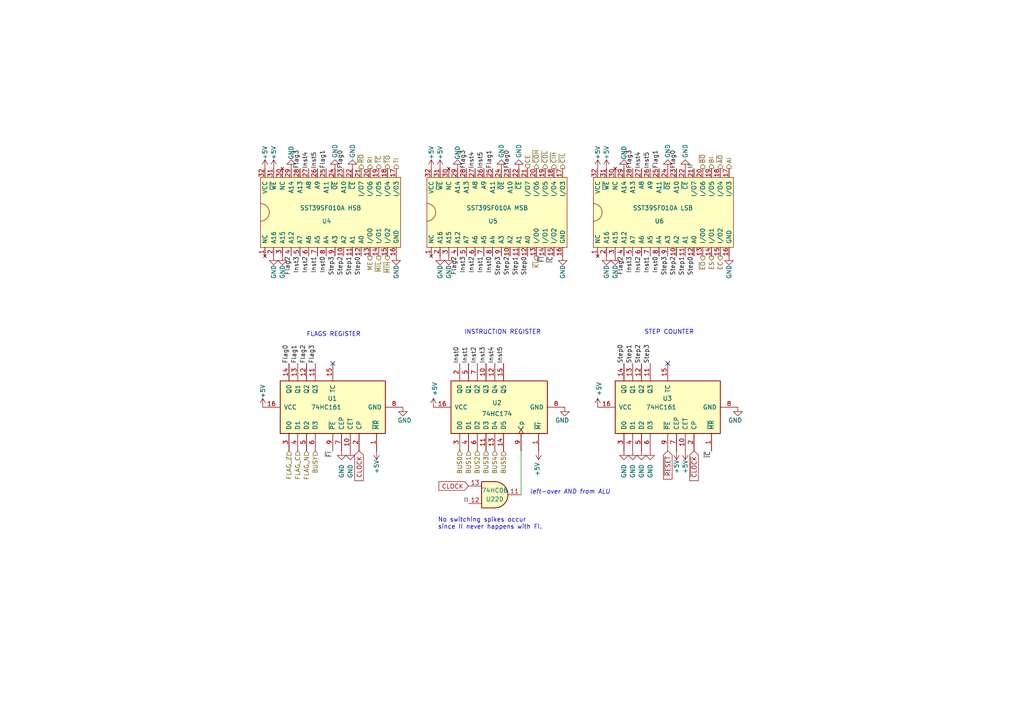
<source format=kicad_sch>
(kicad_sch (version 20211123) (generator eeschema)

  (uuid c18879d7-0c74-457d-a054-059a8a97e0ae)

  (paper "A4")

  (title_block
    (title "Control Logic")
    (date "2022-07-09")
    (rev "1.6")
    (comment 2 "creativecommons.org/licenses/by-nc-sa/3.0/deed.en")
    (comment 3 "License: CC BY-NC-SA 3.0")
    (comment 4 "Author: Carsten Herting (slu4)")
  )

  (lib_symbols
    (symbol "8-Bit CPU 32k:74HC08" (pin_names (offset 1.016)) (in_bom yes) (on_board yes)
      (property "Reference" "U" (id 0) (at 0 1.27 0)
        (effects (font (size 1.27 1.27)))
      )
      (property "Value" "74HC08" (id 1) (at 0 -1.27 0)
        (effects (font (size 1.27 1.27)))
      )
      (property "Footprint" "" (id 2) (at 0 0 0)
        (effects (font (size 1.27 1.27)) hide)
      )
      (property "Datasheet" "http://www.ti.com/lit/gpn/sn74LS08" (id 3) (at 0 0 0)
        (effects (font (size 1.27 1.27)) hide)
      )
      (property "ki_locked" "" (id 4) (at 0 0 0)
        (effects (font (size 1.27 1.27)))
      )
      (property "ki_keywords" "TTL and2" (id 5) (at 0 0 0)
        (effects (font (size 1.27 1.27)) hide)
      )
      (property "ki_description" "Quad And2" (id 6) (at 0 0 0)
        (effects (font (size 1.27 1.27)) hide)
      )
      (property "ki_fp_filters" "DIP*W7.62mm*" (id 7) (at 0 0 0)
        (effects (font (size 1.27 1.27)) hide)
      )
      (symbol "74HC08_1_1"
        (arc (start 0 -3.81) (mid 3.81 0) (end 0 3.81)
          (stroke (width 0.254) (type default) (color 0 0 0 0))
          (fill (type background))
        )
        (polyline
          (pts
            (xy 0 3.81)
            (xy -3.81 3.81)
            (xy -3.81 -3.81)
            (xy 0 -3.81)
          )
          (stroke (width 0.254) (type default) (color 0 0 0 0))
          (fill (type background))
        )
        (pin input line (at -7.62 2.54 0) (length 3.81)
          (name "~" (effects (font (size 1.27 1.27))))
          (number "1" (effects (font (size 1.27 1.27))))
        )
        (pin input line (at -7.62 -2.54 0) (length 3.81)
          (name "~" (effects (font (size 1.27 1.27))))
          (number "2" (effects (font (size 1.27 1.27))))
        )
        (pin output line (at 7.62 0 180) (length 3.81)
          (name "~" (effects (font (size 1.27 1.27))))
          (number "3" (effects (font (size 1.27 1.27))))
        )
      )
      (symbol "74HC08_1_2"
        (arc (start -3.81 -3.81) (mid -2.589 0) (end -3.81 3.81)
          (stroke (width 0.254) (type default) (color 0 0 0 0))
          (fill (type none))
        )
        (arc (start -0.6096 -3.81) (mid 2.1842 -2.5851) (end 3.81 0)
          (stroke (width 0.254) (type default) (color 0 0 0 0))
          (fill (type background))
        )
        (polyline
          (pts
            (xy -3.81 -3.81)
            (xy -0.635 -3.81)
          )
          (stroke (width 0.254) (type default) (color 0 0 0 0))
          (fill (type background))
        )
        (polyline
          (pts
            (xy -3.81 3.81)
            (xy -0.635 3.81)
          )
          (stroke (width 0.254) (type default) (color 0 0 0 0))
          (fill (type background))
        )
        (polyline
          (pts
            (xy -0.635 3.81)
            (xy -3.81 3.81)
            (xy -3.81 3.81)
            (xy -3.556 3.4036)
            (xy -3.0226 2.2606)
            (xy -2.6924 1.0414)
            (xy -2.6162 -0.254)
            (xy -2.7686 -1.4986)
            (xy -3.175 -2.7178)
            (xy -3.81 -3.81)
            (xy -3.81 -3.81)
            (xy -0.635 -3.81)
          )
          (stroke (width -25.4) (type default) (color 0 0 0 0))
          (fill (type background))
        )
        (arc (start 3.81 0) (mid 2.1915 2.5936) (end -0.6096 3.81)
          (stroke (width 0.254) (type default) (color 0 0 0 0))
          (fill (type background))
        )
        (pin input inverted (at -7.62 2.54 0) (length 4.318)
          (name "~" (effects (font (size 1.27 1.27))))
          (number "1" (effects (font (size 1.27 1.27))))
        )
        (pin input inverted (at -7.62 -2.54 0) (length 4.318)
          (name "~" (effects (font (size 1.27 1.27))))
          (number "2" (effects (font (size 1.27 1.27))))
        )
        (pin output inverted (at 7.62 0 180) (length 3.81)
          (name "~" (effects (font (size 1.27 1.27))))
          (number "3" (effects (font (size 1.27 1.27))))
        )
      )
      (symbol "74HC08_2_1"
        (arc (start 0 -3.81) (mid 3.81 0) (end 0 3.81)
          (stroke (width 0.254) (type default) (color 0 0 0 0))
          (fill (type background))
        )
        (polyline
          (pts
            (xy 0 3.81)
            (xy -3.81 3.81)
            (xy -3.81 -3.81)
            (xy 0 -3.81)
          )
          (stroke (width 0.254) (type default) (color 0 0 0 0))
          (fill (type background))
        )
        (pin input line (at -7.62 2.54 0) (length 3.81)
          (name "~" (effects (font (size 1.27 1.27))))
          (number "4" (effects (font (size 1.27 1.27))))
        )
        (pin input line (at -7.62 -2.54 0) (length 3.81)
          (name "~" (effects (font (size 1.27 1.27))))
          (number "5" (effects (font (size 1.27 1.27))))
        )
        (pin output line (at 7.62 0 180) (length 3.81)
          (name "~" (effects (font (size 1.27 1.27))))
          (number "6" (effects (font (size 1.27 1.27))))
        )
      )
      (symbol "74HC08_2_2"
        (arc (start -3.81 -3.81) (mid -2.589 0) (end -3.81 3.81)
          (stroke (width 0.254) (type default) (color 0 0 0 0))
          (fill (type none))
        )
        (arc (start -0.6096 -3.81) (mid 2.1842 -2.5851) (end 3.81 0)
          (stroke (width 0.254) (type default) (color 0 0 0 0))
          (fill (type background))
        )
        (polyline
          (pts
            (xy -3.81 -3.81)
            (xy -0.635 -3.81)
          )
          (stroke (width 0.254) (type default) (color 0 0 0 0))
          (fill (type background))
        )
        (polyline
          (pts
            (xy -3.81 3.81)
            (xy -0.635 3.81)
          )
          (stroke (width 0.254) (type default) (color 0 0 0 0))
          (fill (type background))
        )
        (polyline
          (pts
            (xy -0.635 3.81)
            (xy -3.81 3.81)
            (xy -3.81 3.81)
            (xy -3.556 3.4036)
            (xy -3.0226 2.2606)
            (xy -2.6924 1.0414)
            (xy -2.6162 -0.254)
            (xy -2.7686 -1.4986)
            (xy -3.175 -2.7178)
            (xy -3.81 -3.81)
            (xy -3.81 -3.81)
            (xy -0.635 -3.81)
          )
          (stroke (width -25.4) (type default) (color 0 0 0 0))
          (fill (type background))
        )
        (arc (start 3.81 0) (mid 2.1915 2.5936) (end -0.6096 3.81)
          (stroke (width 0.254) (type default) (color 0 0 0 0))
          (fill (type background))
        )
        (pin input inverted (at -7.62 2.54 0) (length 4.318)
          (name "~" (effects (font (size 1.27 1.27))))
          (number "4" (effects (font (size 1.27 1.27))))
        )
        (pin input inverted (at -7.62 -2.54 0) (length 4.318)
          (name "~" (effects (font (size 1.27 1.27))))
          (number "5" (effects (font (size 1.27 1.27))))
        )
        (pin output inverted (at 7.62 0 180) (length 3.81)
          (name "~" (effects (font (size 1.27 1.27))))
          (number "6" (effects (font (size 1.27 1.27))))
        )
      )
      (symbol "74HC08_3_1"
        (arc (start 0 -3.81) (mid 3.81 0) (end 0 3.81)
          (stroke (width 0.254) (type default) (color 0 0 0 0))
          (fill (type background))
        )
        (polyline
          (pts
            (xy 0 3.81)
            (xy -3.81 3.81)
            (xy -3.81 -3.81)
            (xy 0 -3.81)
          )
          (stroke (width 0.254) (type default) (color 0 0 0 0))
          (fill (type background))
        )
        (pin input line (at -7.62 -2.54 0) (length 3.81)
          (name "~" (effects (font (size 1.27 1.27))))
          (number "10" (effects (font (size 1.27 1.27))))
        )
        (pin output line (at 7.62 0 180) (length 3.81)
          (name "~" (effects (font (size 1.27 1.27))))
          (number "8" (effects (font (size 1.27 1.27))))
        )
        (pin input line (at -7.62 2.54 0) (length 3.81)
          (name "~" (effects (font (size 1.27 1.27))))
          (number "9" (effects (font (size 1.27 1.27))))
        )
      )
      (symbol "74HC08_3_2"
        (arc (start -3.81 -3.81) (mid -2.589 0) (end -3.81 3.81)
          (stroke (width 0.254) (type default) (color 0 0 0 0))
          (fill (type none))
        )
        (arc (start -0.6096 -3.81) (mid 2.1842 -2.5851) (end 3.81 0)
          (stroke (width 0.254) (type default) (color 0 0 0 0))
          (fill (type background))
        )
        (polyline
          (pts
            (xy -3.81 -3.81)
            (xy -0.635 -3.81)
          )
          (stroke (width 0.254) (type default) (color 0 0 0 0))
          (fill (type background))
        )
        (polyline
          (pts
            (xy -3.81 3.81)
            (xy -0.635 3.81)
          )
          (stroke (width 0.254) (type default) (color 0 0 0 0))
          (fill (type background))
        )
        (polyline
          (pts
            (xy -0.635 3.81)
            (xy -3.81 3.81)
            (xy -3.81 3.81)
            (xy -3.556 3.4036)
            (xy -3.0226 2.2606)
            (xy -2.6924 1.0414)
            (xy -2.6162 -0.254)
            (xy -2.7686 -1.4986)
            (xy -3.175 -2.7178)
            (xy -3.81 -3.81)
            (xy -3.81 -3.81)
            (xy -0.635 -3.81)
          )
          (stroke (width -25.4) (type default) (color 0 0 0 0))
          (fill (type background))
        )
        (arc (start 3.81 0) (mid 2.1915 2.5936) (end -0.6096 3.81)
          (stroke (width 0.254) (type default) (color 0 0 0 0))
          (fill (type background))
        )
        (pin input inverted (at -7.62 -2.54 0) (length 4.318)
          (name "~" (effects (font (size 1.27 1.27))))
          (number "10" (effects (font (size 1.27 1.27))))
        )
        (pin output inverted (at 7.62 0 180) (length 3.81)
          (name "~" (effects (font (size 1.27 1.27))))
          (number "8" (effects (font (size 1.27 1.27))))
        )
        (pin input inverted (at -7.62 2.54 0) (length 4.318)
          (name "~" (effects (font (size 1.27 1.27))))
          (number "9" (effects (font (size 1.27 1.27))))
        )
      )
      (symbol "74HC08_4_1"
        (arc (start 0 -3.81) (mid 3.81 0) (end 0 3.81)
          (stroke (width 0.254) (type default) (color 0 0 0 0))
          (fill (type background))
        )
        (polyline
          (pts
            (xy 0 3.81)
            (xy -3.81 3.81)
            (xy -3.81 -3.81)
            (xy 0 -3.81)
          )
          (stroke (width 0.254) (type default) (color 0 0 0 0))
          (fill (type background))
        )
        (pin output line (at 7.62 0 180) (length 3.81)
          (name "~" (effects (font (size 1.27 1.27))))
          (number "11" (effects (font (size 1.27 1.27))))
        )
        (pin input line (at -7.62 2.54 0) (length 3.81)
          (name "~" (effects (font (size 1.27 1.27))))
          (number "12" (effects (font (size 1.27 1.27))))
        )
        (pin input line (at -7.62 -2.54 0) (length 3.81)
          (name "~" (effects (font (size 1.27 1.27))))
          (number "13" (effects (font (size 1.27 1.27))))
        )
      )
      (symbol "74HC08_4_2"
        (arc (start -3.81 -3.81) (mid -2.589 0) (end -3.81 3.81)
          (stroke (width 0.254) (type default) (color 0 0 0 0))
          (fill (type none))
        )
        (arc (start -0.6096 -3.81) (mid 2.1842 -2.5851) (end 3.81 0)
          (stroke (width 0.254) (type default) (color 0 0 0 0))
          (fill (type background))
        )
        (polyline
          (pts
            (xy -3.81 -3.81)
            (xy -0.635 -3.81)
          )
          (stroke (width 0.254) (type default) (color 0 0 0 0))
          (fill (type background))
        )
        (polyline
          (pts
            (xy -3.81 3.81)
            (xy -0.635 3.81)
          )
          (stroke (width 0.254) (type default) (color 0 0 0 0))
          (fill (type background))
        )
        (polyline
          (pts
            (xy -0.635 3.81)
            (xy -3.81 3.81)
            (xy -3.81 3.81)
            (xy -3.556 3.4036)
            (xy -3.0226 2.2606)
            (xy -2.6924 1.0414)
            (xy -2.6162 -0.254)
            (xy -2.7686 -1.4986)
            (xy -3.175 -2.7178)
            (xy -3.81 -3.81)
            (xy -3.81 -3.81)
            (xy -0.635 -3.81)
          )
          (stroke (width -25.4) (type default) (color 0 0 0 0))
          (fill (type background))
        )
        (arc (start 3.81 0) (mid 2.1915 2.5936) (end -0.6096 3.81)
          (stroke (width 0.254) (type default) (color 0 0 0 0))
          (fill (type background))
        )
        (pin output inverted (at 7.62 0 180) (length 3.81)
          (name "~" (effects (font (size 1.27 1.27))))
          (number "11" (effects (font (size 1.27 1.27))))
        )
        (pin input inverted (at -7.62 2.54 0) (length 4.318)
          (name "~" (effects (font (size 1.27 1.27))))
          (number "12" (effects (font (size 1.27 1.27))))
        )
        (pin input inverted (at -7.62 -2.54 0) (length 4.318)
          (name "~" (effects (font (size 1.27 1.27))))
          (number "13" (effects (font (size 1.27 1.27))))
        )
      )
      (symbol "74HC08_5_0"
        (pin power_in line (at 0 12.7 270) (length 5.08)
          (name "VCC" (effects (font (size 1.27 1.27))))
          (number "14" (effects (font (size 1.27 1.27))))
        )
        (pin power_in line (at 0 -12.7 90) (length 5.08)
          (name "GND" (effects (font (size 1.27 1.27))))
          (number "7" (effects (font (size 1.27 1.27))))
        )
      )
      (symbol "74HC08_5_1"
        (rectangle (start -5.08 7.62) (end 5.08 -7.62)
          (stroke (width 0.254) (type default) (color 0 0 0 0))
          (fill (type background))
        )
      )
    )
    (symbol "8-Bit CPU 32k:74HC161" (pin_names (offset 1.016)) (in_bom yes) (on_board yes)
      (property "Reference" "U" (id 0) (at -7.62 16.51 0)
        (effects (font (size 1.27 1.27)))
      )
      (property "Value" "74HC161" (id 1) (at -7.62 -16.51 0)
        (effects (font (size 1.27 1.27)))
      )
      (property "Footprint" "" (id 2) (at 0 0 0)
        (effects (font (size 1.27 1.27)) hide)
      )
      (property "Datasheet" "http://www.ti.com/lit/gpn/sn74LS161" (id 3) (at 0 0 0)
        (effects (font (size 1.27 1.27)) hide)
      )
      (property "ki_locked" "" (id 4) (at 0 0 0)
        (effects (font (size 1.27 1.27)))
      )
      (property "ki_keywords" "TTL CNT CNT4" (id 5) (at 0 0 0)
        (effects (font (size 1.27 1.27)) hide)
      )
      (property "ki_description" "Synchronous 4-bit programmable binary Counter" (id 6) (at 0 0 0)
        (effects (font (size 1.27 1.27)) hide)
      )
      (property "ki_fp_filters" "DIP?16*" (id 7) (at 0 0 0)
        (effects (font (size 1.27 1.27)) hide)
      )
      (symbol "74HC161_1_0"
        (pin input line (at -12.7 -12.7 0) (length 5.08)
          (name "~{MR}" (effects (font (size 1.27 1.27))))
          (number "1" (effects (font (size 1.27 1.27))))
        )
        (pin input line (at -12.7 -5.08 0) (length 5.08)
          (name "CET" (effects (font (size 1.27 1.27))))
          (number "10" (effects (font (size 1.27 1.27))))
        )
        (pin output line (at 12.7 5.08 180) (length 5.08)
          (name "Q3" (effects (font (size 1.27 1.27))))
          (number "11" (effects (font (size 1.27 1.27))))
        )
        (pin output line (at 12.7 7.62 180) (length 5.08)
          (name "Q2" (effects (font (size 1.27 1.27))))
          (number "12" (effects (font (size 1.27 1.27))))
        )
        (pin output line (at 12.7 10.16 180) (length 5.08)
          (name "Q1" (effects (font (size 1.27 1.27))))
          (number "13" (effects (font (size 1.27 1.27))))
        )
        (pin output line (at 12.7 12.7 180) (length 5.08)
          (name "Q0" (effects (font (size 1.27 1.27))))
          (number "14" (effects (font (size 1.27 1.27))))
        )
        (pin output line (at 12.7 0 180) (length 5.08)
          (name "TC" (effects (font (size 1.27 1.27))))
          (number "15" (effects (font (size 1.27 1.27))))
        )
        (pin power_in line (at 0 20.32 270) (length 5.08)
          (name "VCC" (effects (font (size 1.27 1.27))))
          (number "16" (effects (font (size 1.27 1.27))))
        )
        (pin input line (at -12.7 -7.62 0) (length 5.08)
          (name "CP" (effects (font (size 1.27 1.27))))
          (number "2" (effects (font (size 1.27 1.27))))
        )
        (pin input line (at -12.7 12.7 0) (length 5.08)
          (name "D0" (effects (font (size 1.27 1.27))))
          (number "3" (effects (font (size 1.27 1.27))))
        )
        (pin input line (at -12.7 10.16 0) (length 5.08)
          (name "D1" (effects (font (size 1.27 1.27))))
          (number "4" (effects (font (size 1.27 1.27))))
        )
        (pin input line (at -12.7 7.62 0) (length 5.08)
          (name "D2" (effects (font (size 1.27 1.27))))
          (number "5" (effects (font (size 1.27 1.27))))
        )
        (pin input line (at -12.7 5.08 0) (length 5.08)
          (name "D3" (effects (font (size 1.27 1.27))))
          (number "6" (effects (font (size 1.27 1.27))))
        )
        (pin input line (at -12.7 -2.54 0) (length 5.08)
          (name "CEP" (effects (font (size 1.27 1.27))))
          (number "7" (effects (font (size 1.27 1.27))))
        )
        (pin power_in line (at 0 -20.32 90) (length 5.08)
          (name "GND" (effects (font (size 1.27 1.27))))
          (number "8" (effects (font (size 1.27 1.27))))
        )
        (pin input line (at -12.7 0 0) (length 5.08)
          (name "~{PE}" (effects (font (size 1.27 1.27))))
          (number "9" (effects (font (size 1.27 1.27))))
        )
      )
      (symbol "74HC161_1_1"
        (rectangle (start -7.62 15.24) (end 7.62 -15.24)
          (stroke (width 0.254) (type default) (color 0 0 0 0))
          (fill (type background))
        )
      )
    )
    (symbol "8-Bit CPU 32k:74HC174" (pin_names (offset 1.016)) (in_bom yes) (on_board yes)
      (property "Reference" "U" (id 0) (at -7.62 13.97 0)
        (effects (font (size 1.27 1.27)))
      )
      (property "Value" "74HC174" (id 1) (at -7.62 -16.51 0)
        (effects (font (size 1.27 1.27)))
      )
      (property "Footprint" "" (id 2) (at 0 0 0)
        (effects (font (size 1.27 1.27)) hide)
      )
      (property "Datasheet" "http://www.ti.com/lit/gpn/sn74LS174" (id 3) (at 0 0 0)
        (effects (font (size 1.27 1.27)) hide)
      )
      (property "ki_locked" "" (id 4) (at 0 0 0)
        (effects (font (size 1.27 1.27)))
      )
      (property "ki_keywords" "TTL REG REG6 DFF" (id 5) (at 0 0 0)
        (effects (font (size 1.27 1.27)) hide)
      )
      (property "ki_description" "Hex D-type Flip-Flop, reset" (id 6) (at 0 0 0)
        (effects (font (size 1.27 1.27)) hide)
      )
      (property "ki_fp_filters" "DIP?16*" (id 7) (at 0 0 0)
        (effects (font (size 1.27 1.27)) hide)
      )
      (symbol "74HC174_1_0"
        (pin input line (at -12.7 -12.7 0) (length 5.08)
          (name "~{Mr}" (effects (font (size 1.27 1.27))))
          (number "1" (effects (font (size 1.27 1.27))))
        )
        (pin output line (at 12.7 2.54 180) (length 5.08)
          (name "Q3" (effects (font (size 1.27 1.27))))
          (number "10" (effects (font (size 1.27 1.27))))
        )
        (pin input line (at -12.7 2.54 0) (length 5.08)
          (name "D3" (effects (font (size 1.27 1.27))))
          (number "11" (effects (font (size 1.27 1.27))))
        )
        (pin output line (at 12.7 0 180) (length 5.08)
          (name "Q4" (effects (font (size 1.27 1.27))))
          (number "12" (effects (font (size 1.27 1.27))))
        )
        (pin input line (at -12.7 0 0) (length 5.08)
          (name "D4" (effects (font (size 1.27 1.27))))
          (number "13" (effects (font (size 1.27 1.27))))
        )
        (pin input line (at -12.7 -2.54 0) (length 5.08)
          (name "D5" (effects (font (size 1.27 1.27))))
          (number "14" (effects (font (size 1.27 1.27))))
        )
        (pin output line (at 12.7 -2.54 180) (length 5.08)
          (name "Q5" (effects (font (size 1.27 1.27))))
          (number "15" (effects (font (size 1.27 1.27))))
        )
        (pin power_in line (at 0 17.78 270) (length 5.08)
          (name "VCC" (effects (font (size 1.27 1.27))))
          (number "16" (effects (font (size 1.27 1.27))))
        )
        (pin output line (at 12.7 10.16 180) (length 5.08)
          (name "Q0" (effects (font (size 1.27 1.27))))
          (number "2" (effects (font (size 1.27 1.27))))
        )
        (pin input line (at -12.7 10.16 0) (length 5.08)
          (name "D0" (effects (font (size 1.27 1.27))))
          (number "3" (effects (font (size 1.27 1.27))))
        )
        (pin input line (at -12.7 7.62 0) (length 5.08)
          (name "D1" (effects (font (size 1.27 1.27))))
          (number "4" (effects (font (size 1.27 1.27))))
        )
        (pin output line (at 12.7 7.62 180) (length 5.08)
          (name "Q1" (effects (font (size 1.27 1.27))))
          (number "5" (effects (font (size 1.27 1.27))))
        )
        (pin input line (at -12.7 5.08 0) (length 5.08)
          (name "D2" (effects (font (size 1.27 1.27))))
          (number "6" (effects (font (size 1.27 1.27))))
        )
        (pin output line (at 12.7 5.08 180) (length 5.08)
          (name "Q2" (effects (font (size 1.27 1.27))))
          (number "7" (effects (font (size 1.27 1.27))))
        )
        (pin power_in line (at 0 -20.32 90) (length 5.08)
          (name "GND" (effects (font (size 1.27 1.27))))
          (number "8" (effects (font (size 1.27 1.27))))
        )
        (pin input clock (at -12.7 -7.62 0) (length 5.08)
          (name "Cp" (effects (font (size 1.27 1.27))))
          (number "9" (effects (font (size 1.27 1.27))))
        )
      )
      (symbol "74HC174_1_1"
        (rectangle (start -7.62 12.7) (end 7.62 -15.24)
          (stroke (width 0.254) (type default) (color 0 0 0 0))
          (fill (type background))
        )
      )
    )
    (symbol "8-Bit CPU 32k:SST39SF010A" (pin_names (offset 1.016)) (in_bom yes) (on_board yes)
      (property "Reference" "U" (id 0) (at -1.27 2.54 90)
        (effects (font (size 1.27 1.27)))
      )
      (property "Value" "SST39SF010A" (id 1) (at 2.54 2.54 90)
        (effects (font (size 1.27 1.27)))
      )
      (property "Footprint" "" (id 2) (at 0 0 0)
        (effects (font (size 1.27 1.27)) hide)
      )
      (property "Datasheet" "" (id 3) (at 0 0 0)
        (effects (font (size 1.27 1.27)) hide)
      )
      (symbol "SST39SF010A_0_1"
        (rectangle (start -10.16 24.13) (end 10.16 -16.51)
          (stroke (width 0) (type default) (color 0 0 0 0))
          (fill (type background))
        )
        (arc (start -2.54 24.13) (mid 0 21.59) (end 2.54 24.13)
          (stroke (width 0) (type default) (color 0 0 0 0))
          (fill (type none))
        )
      )
      (symbol "SST39SF010A_1_1"
        (pin no_connect line (at -12.7 22.86 0) (length 2.54)
          (name "NC" (effects (font (size 1.27 1.27))))
          (number "1" (effects (font (size 1.27 1.27))))
        )
        (pin input line (at -12.7 0 0) (length 2.54)
          (name "A2" (effects (font (size 1.27 1.27))))
          (number "10" (effects (font (size 1.27 1.27))))
        )
        (pin input line (at -12.7 -2.54 0) (length 2.54)
          (name "A1" (effects (font (size 1.27 1.27))))
          (number "11" (effects (font (size 1.27 1.27))))
        )
        (pin input line (at -12.7 -5.08 0) (length 2.54)
          (name "A0" (effects (font (size 1.27 1.27))))
          (number "12" (effects (font (size 1.27 1.27))))
        )
        (pin bidirectional line (at -12.7 -7.62 0) (length 2.54)
          (name "I/O0" (effects (font (size 1.27 1.27))))
          (number "13" (effects (font (size 1.27 1.27))))
        )
        (pin bidirectional line (at -12.7 -10.16 0) (length 2.54)
          (name "I/O1" (effects (font (size 1.27 1.27))))
          (number "14" (effects (font (size 1.27 1.27))))
        )
        (pin bidirectional line (at -12.7 -12.7 0) (length 2.54)
          (name "I/O2" (effects (font (size 1.27 1.27))))
          (number "15" (effects (font (size 1.27 1.27))))
        )
        (pin power_in line (at -12.7 -15.24 0) (length 2.54)
          (name "GND" (effects (font (size 1.27 1.27))))
          (number "16" (effects (font (size 1.27 1.27))))
        )
        (pin bidirectional line (at 12.7 -15.24 180) (length 2.54)
          (name "I/O3" (effects (font (size 1.27 1.27))))
          (number "17" (effects (font (size 1.27 1.27))))
        )
        (pin bidirectional line (at 12.7 -12.7 180) (length 2.54)
          (name "I/O4" (effects (font (size 1.27 1.27))))
          (number "18" (effects (font (size 1.27 1.27))))
        )
        (pin bidirectional line (at 12.7 -10.16 180) (length 2.54)
          (name "I/O5" (effects (font (size 1.27 1.27))))
          (number "19" (effects (font (size 1.27 1.27))))
        )
        (pin input line (at -12.7 20.32 0) (length 2.54)
          (name "A16" (effects (font (size 1.27 1.27))))
          (number "2" (effects (font (size 1.27 1.27))))
        )
        (pin bidirectional line (at 12.7 -7.62 180) (length 2.54)
          (name "I/O6" (effects (font (size 1.27 1.27))))
          (number "20" (effects (font (size 1.27 1.27))))
        )
        (pin bidirectional line (at 12.7 -5.08 180) (length 2.54)
          (name "I/O7" (effects (font (size 1.27 1.27))))
          (number "21" (effects (font (size 1.27 1.27))))
        )
        (pin input line (at 12.7 -2.54 180) (length 2.54)
          (name "~{CE}" (effects (font (size 1.27 1.27))))
          (number "22" (effects (font (size 1.27 1.27))))
        )
        (pin input line (at 12.7 0 180) (length 2.54)
          (name "A10" (effects (font (size 1.27 1.27))))
          (number "23" (effects (font (size 1.27 1.27))))
        )
        (pin input line (at 12.7 2.54 180) (length 2.54)
          (name "~{OE}" (effects (font (size 1.27 1.27))))
          (number "24" (effects (font (size 1.27 1.27))))
        )
        (pin input line (at 12.7 5.08 180) (length 2.54)
          (name "A11" (effects (font (size 1.27 1.27))))
          (number "25" (effects (font (size 1.27 1.27))))
        )
        (pin input line (at 12.7 7.62 180) (length 2.54)
          (name "A9" (effects (font (size 1.27 1.27))))
          (number "26" (effects (font (size 1.27 1.27))))
        )
        (pin input line (at 12.7 10.16 180) (length 2.54)
          (name "A8" (effects (font (size 1.27 1.27))))
          (number "27" (effects (font (size 1.27 1.27))))
        )
        (pin input line (at 12.7 12.7 180) (length 2.54)
          (name "A13" (effects (font (size 1.27 1.27))))
          (number "28" (effects (font (size 1.27 1.27))))
        )
        (pin input line (at 12.7 15.24 180) (length 2.54)
          (name "A14" (effects (font (size 1.27 1.27))))
          (number "29" (effects (font (size 1.27 1.27))))
        )
        (pin input line (at -12.7 17.78 0) (length 2.54)
          (name "A15" (effects (font (size 1.27 1.27))))
          (number "3" (effects (font (size 1.27 1.27))))
        )
        (pin no_connect line (at 12.7 17.78 180) (length 2.54)
          (name "NC" (effects (font (size 1.27 1.27))))
          (number "30" (effects (font (size 1.27 1.27))))
        )
        (pin input line (at 12.7 20.32 180) (length 2.54)
          (name "~{WE}" (effects (font (size 1.27 1.27))))
          (number "31" (effects (font (size 1.27 1.27))))
        )
        (pin power_in line (at 12.7 22.86 180) (length 2.54)
          (name "VCC" (effects (font (size 1.27 1.27))))
          (number "32" (effects (font (size 1.27 1.27))))
        )
        (pin input line (at -12.7 15.24 0) (length 2.54)
          (name "A12" (effects (font (size 1.27 1.27))))
          (number "4" (effects (font (size 1.27 1.27))))
        )
        (pin input line (at -12.7 12.7 0) (length 2.54)
          (name "A7" (effects (font (size 1.27 1.27))))
          (number "5" (effects (font (size 1.27 1.27))))
        )
        (pin input line (at -12.7 10.16 0) (length 2.54)
          (name "A6" (effects (font (size 1.27 1.27))))
          (number "6" (effects (font (size 1.27 1.27))))
        )
        (pin input line (at -12.7 7.62 0) (length 2.54)
          (name "A5" (effects (font (size 1.27 1.27))))
          (number "7" (effects (font (size 1.27 1.27))))
        )
        (pin input line (at -12.7 5.08 0) (length 2.54)
          (name "A4" (effects (font (size 1.27 1.27))))
          (number "8" (effects (font (size 1.27 1.27))))
        )
        (pin input line (at -12.7 2.54 0) (length 2.54)
          (name "A3" (effects (font (size 1.27 1.27))))
          (number "9" (effects (font (size 1.27 1.27))))
        )
      )
    )
    (symbol "power:+5V" (power) (pin_names (offset 0)) (in_bom yes) (on_board yes)
      (property "Reference" "#PWR" (id 0) (at 0 -3.81 0)
        (effects (font (size 1.27 1.27)) hide)
      )
      (property "Value" "+5V" (id 1) (at 0 3.556 0)
        (effects (font (size 1.27 1.27)))
      )
      (property "Footprint" "" (id 2) (at 0 0 0)
        (effects (font (size 1.27 1.27)) hide)
      )
      (property "Datasheet" "" (id 3) (at 0 0 0)
        (effects (font (size 1.27 1.27)) hide)
      )
      (property "ki_keywords" "power-flag" (id 4) (at 0 0 0)
        (effects (font (size 1.27 1.27)) hide)
      )
      (property "ki_description" "Power symbol creates a global label with name \"+5V\"" (id 5) (at 0 0 0)
        (effects (font (size 1.27 1.27)) hide)
      )
      (symbol "+5V_0_1"
        (polyline
          (pts
            (xy -0.762 1.27)
            (xy 0 2.54)
          )
          (stroke (width 0) (type default) (color 0 0 0 0))
          (fill (type none))
        )
        (polyline
          (pts
            (xy 0 0)
            (xy 0 2.54)
          )
          (stroke (width 0) (type default) (color 0 0 0 0))
          (fill (type none))
        )
        (polyline
          (pts
            (xy 0 2.54)
            (xy 0.762 1.27)
          )
          (stroke (width 0) (type default) (color 0 0 0 0))
          (fill (type none))
        )
      )
      (symbol "+5V_1_1"
        (pin power_in line (at 0 0 90) (length 0) hide
          (name "+5V" (effects (font (size 1.27 1.27))))
          (number "1" (effects (font (size 1.27 1.27))))
        )
      )
    )
    (symbol "power:GND" (power) (pin_names (offset 0)) (in_bom yes) (on_board yes)
      (property "Reference" "#PWR" (id 0) (at 0 -6.35 0)
        (effects (font (size 1.27 1.27)) hide)
      )
      (property "Value" "GND" (id 1) (at 0 -3.81 0)
        (effects (font (size 1.27 1.27)))
      )
      (property "Footprint" "" (id 2) (at 0 0 0)
        (effects (font (size 1.27 1.27)) hide)
      )
      (property "Datasheet" "" (id 3) (at 0 0 0)
        (effects (font (size 1.27 1.27)) hide)
      )
      (property "ki_keywords" "power-flag" (id 4) (at 0 0 0)
        (effects (font (size 1.27 1.27)) hide)
      )
      (property "ki_description" "Power symbol creates a global label with name \"GND\" , ground" (id 5) (at 0 0 0)
        (effects (font (size 1.27 1.27)) hide)
      )
      (symbol "GND_0_1"
        (polyline
          (pts
            (xy 0 0)
            (xy 0 -1.27)
            (xy 1.27 -1.27)
            (xy 0 -2.54)
            (xy -1.27 -1.27)
            (xy 0 -1.27)
          )
          (stroke (width 0) (type default) (color 0 0 0 0))
          (fill (type none))
        )
      )
      (symbol "GND_1_1"
        (pin power_in line (at 0 0 270) (length 0) hide
          (name "GND" (effects (font (size 1.27 1.27))))
          (number "1" (effects (font (size 1.27 1.27))))
        )
      )
    )
  )


  (no_connect (at 96.52 105.41) (uuid 412d6706-4101-4bf8-9e9e-23f0aaeff49d))
  (no_connect (at 193.675 105.41) (uuid 9f4e8453-f6eb-4714-96ec-a72517d8df9f))

  (wire (pts (xy 151.13 130.81) (xy 151.13 143.51))
    (stroke (width 0) (type default) (color 0 0 0 0))
    (uuid 4526cfe3-5612-417d-b23d-78d07c89089f)
  )

  (text "FLAGS REGISTER" (at 88.9 97.79 0)
    (effects (font (size 1.27 1.27)) (justify left bottom))
    (uuid 1f794d15-f07a-4f72-8970-aa8eec1b136c)
  )
  (text "No switching spikes occur\nsince II never happens with FI."
    (at 127 153.67 0)
    (effects (font (size 1.27 1.27)) (justify left bottom))
    (uuid 3278fad5-f27d-4bc0-9f55-8c0c2f4c2765)
  )
  (text "left-over AND from ALU" (at 153.67 143.51 0)
    (effects (font (size 1.27 1.27) italic) (justify left bottom))
    (uuid 8361c4e2-ce7e-4867-a854-36b4f094315f)
  )
  (text "INSTRUCTION REGISTER" (at 134.62 97.155 0)
    (effects (font (size 1.27 1.27)) (justify left bottom))
    (uuid a26ccca5-c014-4514-a956-893fd864e58a)
  )
  (text "STEP COUNTER" (at 201.295 97.155 180)
    (effects (font (size 1.27 1.27)) (justify right bottom))
    (uuid b4b16297-6030-413b-8f6b-192908356bda)
  )

  (label "Flag3" (at 91.44 105.41 90)
    (effects (font (size 1.27 1.27)) (justify left bottom))
    (uuid 05d45861-276a-42d1-8ea8-56384ba2eed8)
  )
  (label "Step0" (at 104.775 74.295 270)
    (effects (font (size 1.27 1.27)) (justify right bottom))
    (uuid 0cb3be18-6108-49e5-ba5a-e3ffa09e04a5)
  )
  (label "Inst3" (at 135.255 74.295 270)
    (effects (font (size 1.27 1.27)) (justify right bottom))
    (uuid 0fbe005b-b864-4092-830a-e6dab3f5435b)
  )
  (label "Flag1" (at 86.36 105.41 90)
    (effects (font (size 1.27 1.27)) (justify left bottom))
    (uuid 1276a1e1-0697-4f0b-b829-ea7a4085d89f)
  )
  (label "Step1" (at 102.235 74.295 270)
    (effects (font (size 1.27 1.27)) (justify right bottom))
    (uuid 18323d8a-346a-47a7-9ec0-1acf066f5195)
  )
  (label "Inst5" (at 146.05 105.41 90)
    (effects (font (size 1.27 1.27)) (justify left bottom))
    (uuid 1a537ce9-ad0f-4c3a-8c9c-4d69d5fa816e)
  )
  (label "Step2" (at 147.955 74.295 270)
    (effects (font (size 1.27 1.27)) (justify right bottom))
    (uuid 1bcb8bdd-1bf6-43a1-a3a7-ed5f63689125)
  )
  (label "Inst2" (at 89.535 74.295 270)
    (effects (font (size 1.27 1.27)) (justify right bottom))
    (uuid 23b55ebf-f5e4-4a83-8138-132c6c4309d3)
  )
  (label "Flag3" (at 135.255 48.895 90)
    (effects (font (size 1.27 1.27)) (justify left bottom))
    (uuid 3398f515-819d-45b8-b750-b473776d639a)
  )
  (label "Step0" (at 153.035 74.295 270)
    (effects (font (size 1.27 1.27)) (justify right bottom))
    (uuid 37776227-9eee-488f-8e7c-617e091ebd57)
  )
  (label "Flag2" (at 84.455 74.295 270)
    (effects (font (size 1.27 1.27)) (justify right bottom))
    (uuid 38b793c4-d183-49a8-b64e-b0db03971012)
  )
  (label "Inst5" (at 188.595 48.895 90)
    (effects (font (size 1.27 1.27)) (justify left bottom))
    (uuid 39c1f4b3-da37-43e0-9f62-2e35ef7f6c54)
  )
  (label "Inst2" (at 186.055 74.295 270)
    (effects (font (size 1.27 1.27)) (justify right bottom))
    (uuid 453a77ff-ee9b-4d3e-b564-f133b31be85b)
  )
  (label "Inst1" (at 188.595 74.295 270)
    (effects (font (size 1.27 1.27)) (justify right bottom))
    (uuid 4ae99f6d-8c80-4526-8a99-ea7ffd363e8f)
  )
  (label "Step3" (at 145.415 74.295 270)
    (effects (font (size 1.27 1.27)) (justify right bottom))
    (uuid 4ec1b51a-72ff-4a25-ba70-e94a058d2dfe)
  )
  (label "Step2" (at 99.695 74.295 270)
    (effects (font (size 1.27 1.27)) (justify right bottom))
    (uuid 51d7e5a0-f026-4046-a757-082446a898a4)
  )
  (label "Flag0" (at 99.695 48.895 90)
    (effects (font (size 1.27 1.27)) (justify left bottom))
    (uuid 54146300-6396-499e-90de-295d3a22490b)
  )
  (label "Inst0" (at 142.875 74.295 270)
    (effects (font (size 1.27 1.27)) (justify right bottom))
    (uuid 5ded1a90-10cb-40c2-8a53-eef75ea5ca4d)
  )
  (label "Inst1" (at 140.335 74.295 270)
    (effects (font (size 1.27 1.27)) (justify right bottom))
    (uuid 61b2d37b-38a9-4149-895c-2f16ac5f970c)
  )
  (label "Inst5" (at 92.075 48.895 90)
    (effects (font (size 1.27 1.27)) (justify left bottom))
    (uuid 6eaf6328-04cf-4b35-a878-6ae15a7e629e)
  )
  (label "II" (at 201.295 48.895 90)
    (effects (font (size 1.27 1.27)) (justify left bottom))
    (uuid 6f1acfbb-baf0-40ae-9523-2d0f1f88e92a)
  )
  (label "Inst2" (at 138.43 105.41 90)
    (effects (font (size 1.27 1.27)) (justify left bottom))
    (uuid 7b3dfd06-db7b-4a64-a991-bdcea309a6fa)
  )
  (label "Flag0" (at 196.215 48.895 90)
    (effects (font (size 1.27 1.27)) (justify left bottom))
    (uuid 7e521a08-4c34-44f8-81d7-8ff4a1851d60)
  )
  (label "~{IC}" (at 160.655 74.295 270)
    (effects (font (size 1.27 1.27)) (justify right bottom))
    (uuid 7e9a4e02-364c-4a38-9a78-88e7bac49bbc)
  )
  (label "Step1" (at 183.515 105.41 90)
    (effects (font (size 1.27 1.27)) (justify left bottom))
    (uuid 7f85e937-6fd0-4d22-b1d9-2c5294fd0b77)
  )
  (label "Flag2" (at 88.9 105.41 90)
    (effects (font (size 1.27 1.27)) (justify left bottom))
    (uuid 8031fbdb-e937-4943-bf82-d225b99e354d)
  )
  (label "Inst4" (at 137.795 48.895 90)
    (effects (font (size 1.27 1.27)) (justify left bottom))
    (uuid 8366abbb-e808-4305-b81b-f113edb04b12)
  )
  (label "Flag0" (at 147.955 48.895 90)
    (effects (font (size 1.27 1.27)) (justify left bottom))
    (uuid 83fde48d-a9d6-4673-8096-ea217645f53f)
  )
  (label "Inst3" (at 140.97 105.41 90)
    (effects (font (size 1.27 1.27)) (justify left bottom))
    (uuid 8b59f863-2cc6-4713-8965-deb050b6880e)
  )
  (label "Flag1" (at 94.615 48.895 90)
    (effects (font (size 1.27 1.27)) (justify left bottom))
    (uuid 907d03a2-4ade-4942-bb35-876963265dd2)
  )
  (label "Inst2" (at 137.795 74.295 270)
    (effects (font (size 1.27 1.27)) (justify right bottom))
    (uuid 91d35a8b-e0eb-44c2-b606-0402f21a015d)
  )
  (label "Step0" (at 201.295 74.295 270)
    (effects (font (size 1.27 1.27)) (justify right bottom))
    (uuid 92ce7b31-5b43-418f-82f9-ccfd2c056c82)
  )
  (label "Step1" (at 198.755 74.295 270)
    (effects (font (size 1.27 1.27)) (justify right bottom))
    (uuid 9e2925c1-4ae9-438e-9e7f-10943b8ffd83)
  )
  (label "~{FI}" (at 96.52 130.81 270)
    (effects (font (size 1.27 1.27)) (justify right bottom))
    (uuid 9ea66a5a-df39-42da-8204-319f3bc91a1f)
  )
  (label "Inst3" (at 183.515 74.295 270)
    (effects (font (size 1.27 1.27)) (justify right bottom))
    (uuid a13ba82b-c756-456f-8927-34d2f7bfd0ca)
  )
  (label "Flag1" (at 191.135 48.895 90)
    (effects (font (size 1.27 1.27)) (justify left bottom))
    (uuid a7639367-796d-4f70-9329-d377755eebd3)
  )
  (label "Inst4" (at 143.51 105.41 90)
    (effects (font (size 1.27 1.27)) (justify left bottom))
    (uuid a99afe2d-52b3-4009-8682-f4b5d21ceab8)
  )
  (label "Flag3" (at 86.995 48.895 90)
    (effects (font (size 1.27 1.27)) (justify left bottom))
    (uuid ab8b1100-4e31-4a21-9094-c357ca88f9b5)
  )
  (label "Inst4" (at 186.055 48.895 90)
    (effects (font (size 1.27 1.27)) (justify left bottom))
    (uuid b088cb3b-856d-447d-91b5-158d41c887e8)
  )
  (label "Inst4" (at 89.535 48.895 90)
    (effects (font (size 1.27 1.27)) (justify left bottom))
    (uuid b2920963-3f1b-4503-8009-decb823599c0)
  )
  (label "Inst0" (at 133.35 105.41 90)
    (effects (font (size 1.27 1.27)) (justify left bottom))
    (uuid b29943c7-d065-4867-b9a8-94b4c9b1f4b8)
  )
  (label "II" (at 135.89 146.05 180)
    (effects (font (size 1.27 1.27)) (justify right bottom))
    (uuid b83d608e-93f7-4f8f-9306-7b46320bc549)
  )
  (label "Flag0" (at 83.82 105.41 90)
    (effects (font (size 1.27 1.27)) (justify left bottom))
    (uuid b9d5ddf6-2420-4999-ae9e-0eb372b1ed93)
  )
  (label "Step0" (at 180.975 105.41 90)
    (effects (font (size 1.27 1.27)) (justify left bottom))
    (uuid c08414c6-4b89-497d-ba27-efe70513f415)
  )
  (label "Inst5" (at 140.335 48.895 90)
    (effects (font (size 1.27 1.27)) (justify left bottom))
    (uuid cdf4d62b-d16b-4b50-9b84-04bc8f0ed6c5)
  )
  (label "Flag2" (at 180.975 74.295 270)
    (effects (font (size 1.27 1.27)) (justify right bottom))
    (uuid d0098f85-049b-4a1e-992e-3543561da5c2)
  )
  (label "Flag2" (at 132.715 74.295 270)
    (effects (font (size 1.27 1.27)) (justify right bottom))
    (uuid d7a4149e-66e2-4bac-97a0-4dd7d5f614c0)
  )
  (label "Step3" (at 193.675 74.295 270)
    (effects (font (size 1.27 1.27)) (justify right bottom))
    (uuid d89eb8ce-acc2-4f51-a494-256c34088c9a)
  )
  (label "Step3" (at 188.595 105.41 90)
    (effects (font (size 1.27 1.27)) (justify left bottom))
    (uuid dae7f161-3cab-4bb1-b50d-7e6402538099)
  )
  (label "~{FI}" (at 158.115 74.295 270)
    (effects (font (size 1.27 1.27)) (justify right bottom))
    (uuid dc4acac9-d9d1-4c3e-8e13-d26eef7b828b)
  )
  (label "Inst1" (at 135.89 105.41 90)
    (effects (font (size 1.27 1.27)) (justify left bottom))
    (uuid e0e1fced-55e8-43a7-ad9b-fc0cc6e55dc1)
  )
  (label "Inst0" (at 94.615 74.295 270)
    (effects (font (size 1.27 1.27)) (justify right bottom))
    (uuid e4ac7567-4d88-4478-83d8-34be5839a5c9)
  )
  (label "Inst3" (at 86.995 74.295 270)
    (effects (font (size 1.27 1.27)) (justify right bottom))
    (uuid e52f4f5f-f8b8-4278-846f-08fb0bf8e8b6)
  )
  (label "Step2" (at 186.055 105.41 90)
    (effects (font (size 1.27 1.27)) (justify left bottom))
    (uuid e7b59f0e-3d3e-4d8b-b755-c116729f6ad8)
  )
  (label "Step3" (at 97.155 74.295 270)
    (effects (font (size 1.27 1.27)) (justify right bottom))
    (uuid ecc8bf54-f584-400a-b66c-8e0c18b1d8dd)
  )
  (label "Inst0" (at 191.135 74.295 270)
    (effects (font (size 1.27 1.27)) (justify right bottom))
    (uuid f077ace1-091f-4630-90cf-f4f28c828e42)
  )
  (label "Step2" (at 196.215 74.295 270)
    (effects (font (size 1.27 1.27)) (justify right bottom))
    (uuid f0e79223-74da-47fb-9da8-56eb91f32ce0)
  )
  (label "Inst1" (at 92.075 74.295 270)
    (effects (font (size 1.27 1.27)) (justify right bottom))
    (uuid f3910057-b415-437a-9acc-5c4b40a2f656)
  )
  (label "Flag3" (at 183.515 48.895 90)
    (effects (font (size 1.27 1.27)) (justify left bottom))
    (uuid f6b0061e-ea5b-4501-8fb1-9664efc02820)
  )
  (label "~{IC}" (at 206.375 130.81 270)
    (effects (font (size 1.27 1.27)) (justify right bottom))
    (uuid f83de5f1-dc9c-41f4-b29d-23ec1ee1a48e)
  )
  (label "Flag1" (at 142.875 48.895 90)
    (effects (font (size 1.27 1.27)) (justify left bottom))
    (uuid f9c755df-4008-496b-9efc-813069ddcf41)
  )
  (label "Step1" (at 150.495 74.295 270)
    (effects (font (size 1.27 1.27)) (justify right bottom))
    (uuid feba31c3-fdf7-4c71-8748-0ee67f640535)
  )

  (global_label "~{RESET}" (shape input) (at 193.675 130.81 270) (fields_autoplaced)
    (effects (font (size 1.27 1.27)) (justify right))
    (uuid 18bd7d2a-46dd-49db-841d-bca93d2d6c39)
    (property "Intersheet References" "${INTERSHEET_REFS}" (id 0) (at 142.875 313.69 0)
      (effects (font (size 1.27 1.27)) (justify left) hide)
    )
  )
  (global_label "~{CLOCK}" (shape input) (at 201.295 130.81 270) (fields_autoplaced)
    (effects (font (size 1.27 1.27)) (justify right))
    (uuid 32510c5e-2a55-4c88-9643-8e5ae0b2869d)
    (property "Intersheet References" "${INTERSHEET_REFS}" (id 0) (at 201.3744 139.3028 90)
      (effects (font (size 1.27 1.27)) (justify right) hide)
    )
  )
  (global_label "CLOCK" (shape input) (at 135.89 140.97 180) (fields_autoplaced)
    (effects (font (size 1.27 1.27)) (justify right))
    (uuid 53cb2472-5ac4-4ba4-aba2-886d76dbbb2f)
    (property "Intersheet References" "${INTERSHEET_REFS}" (id 0) (at 127.3972 141.0494 0)
      (effects (font (size 1.27 1.27)) (justify right) hide)
    )
  )
  (global_label "CLOCK" (shape input) (at 104.14 130.81 270) (fields_autoplaced)
    (effects (font (size 1.27 1.27)) (justify right))
    (uuid ed829de0-25d7-4ad8-bded-e670ed7d4220)
    (property "Intersheet References" "${INTERSHEET_REFS}" (id 0) (at 154.94 184.15 0)
      (effects (font (size 1.27 1.27)) (justify left) hide)
    )
  )

  (hierarchical_label "~{AO}" (shape output) (at 208.915 48.895 90)
    (effects (font (size 1.27 1.27)) (justify left))
    (uuid 0468e42b-2b56-4546-acea-d7a834229433)
  )
  (hierarchical_label "BUS2" (shape input) (at 138.43 130.81 270)
    (effects (font (size 1.27 1.27)) (justify right))
    (uuid 06d789ca-6fd7-414b-a456-29428b810f10)
  )
  (hierarchical_label "BI" (shape output) (at 206.375 48.895 90)
    (effects (font (size 1.27 1.27)) (justify left))
    (uuid 0858f1da-6dcc-4e54-8d63-d286726bf2e8)
  )
  (hierarchical_label "BUS0" (shape input) (at 133.35 130.81 270)
    (effects (font (size 1.27 1.27)) (justify right))
    (uuid 12a15641-6317-4b39-aad1-6b0442ddb874)
  )
  (hierarchical_label "BUS4" (shape input) (at 143.51 130.81 270)
    (effects (font (size 1.27 1.27)) (justify right))
    (uuid 13f67aa8-d020-4dc1-9d94-b7be316f092f)
  )
  (hierarchical_label "FLAG_C" (shape input) (at 86.36 130.81 270)
    (effects (font (size 1.27 1.27)) (justify right))
    (uuid 1634f115-4db8-46d0-b4b1-fad6de136a99)
  )
  (hierarchical_label "~{CIH}" (shape output) (at 160.655 48.895 90)
    (effects (font (size 1.27 1.27)) (justify left))
    (uuid 17a2c138-b78c-4ef9-91cd-c0d7342c21ef)
  )
  (hierarchical_label "CE" (shape input) (at 153.035 48.895 90)
    (effects (font (size 1.27 1.27)) (justify left))
    (uuid 1802e0f3-5878-4db1-838e-bb4e32f332b1)
  )
  (hierarchical_label "TI" (shape output) (at 114.935 48.895 90)
    (effects (font (size 1.27 1.27)) (justify left))
    (uuid 1818a9d1-af27-464f-8136-28e89f34ccb5)
  )
  (hierarchical_label "~{EO}" (shape output) (at 203.835 74.295 270)
    (effects (font (size 1.27 1.27)) (justify right))
    (uuid 312a0624-5099-44be-bf9f-80e3a4423aee)
  )
  (hierarchical_label "FLAG_Z" (shape input) (at 83.82 130.81 270)
    (effects (font (size 1.27 1.27)) (justify right))
    (uuid 3982bb4d-78b9-4a4f-bd0d-20d41e39edf6)
  )
  (hierarchical_label "~{CIL}" (shape output) (at 163.195 48.895 90)
    (effects (font (size 1.27 1.27)) (justify left))
    (uuid 3ac0c9a6-740a-4bc3-8617-83a69188a655)
  )
  (hierarchical_label "BUS5" (shape input) (at 146.05 130.81 270)
    (effects (font (size 1.27 1.27)) (justify right))
    (uuid 517346fd-df41-485a-98bd-dd5584184787)
  )
  (hierarchical_label "~{MIH}" (shape output) (at 112.395 74.295 270)
    (effects (font (size 1.27 1.27)) (justify right))
    (uuid 637c0121-8f43-4fa9-bc97-9258aa31ee5a)
  )
  (hierarchical_label "~{KI}" (shape output) (at 155.575 74.295 270)
    (effects (font (size 1.27 1.27)) (justify right))
    (uuid 6d4b3cc6-17b5-4c5e-9de1-35e63066436f)
  )
  (hierarchical_label "BUSY" (shape input) (at 91.44 130.81 270)
    (effects (font (size 1.27 1.27)) (justify right))
    (uuid 71a7cea3-0e79-4992-b713-971720b73cf8)
  )
  (hierarchical_label "ES" (shape output) (at 206.375 74.295 270)
    (effects (font (size 1.27 1.27)) (justify right))
    (uuid 74321de8-fe1c-4217-af8b-f2668704e782)
  )
  (hierarchical_label "AI" (shape output) (at 211.455 48.895 90)
    (effects (font (size 1.27 1.27)) (justify left))
    (uuid 90f7ad8e-97de-4fac-a0a4-b563e8e5fb5b)
  )
  (hierarchical_label "EC" (shape output) (at 208.915 74.295 270)
    (effects (font (size 1.27 1.27)) (justify right))
    (uuid 970ba4ea-f0ab-4153-803a-f124021a35ae)
  )
  (hierarchical_label "FLAG_N" (shape input) (at 88.9 130.81 270)
    (effects (font (size 1.27 1.27)) (justify right))
    (uuid 9745d346-f08a-4e00-af7e-a8d52fb692f2)
  )
  (hierarchical_label "ME" (shape output) (at 107.315 74.295 270)
    (effects (font (size 1.27 1.27)) (justify right))
    (uuid 98a21899-afb0-4e63-b0f3-a5c7e1d89cf0)
  )
  (hierarchical_label "~{RO}" (shape output) (at 104.775 48.895 90)
    (effects (font (size 1.27 1.27)) (justify left))
    (uuid 9bad6959-c6c6-4282-993f-a135e4178a04)
  )
  (hierarchical_label "BUS1" (shape input) (at 135.89 130.81 270)
    (effects (font (size 1.27 1.27)) (justify right))
    (uuid b08018c9-a547-4893-a9f1-6914aa7ef592)
  )
  (hierarchical_label "~{COL}" (shape output) (at 158.115 48.895 90)
    (effects (font (size 1.27 1.27)) (justify left))
    (uuid b1d3601d-182d-4703-9134-fedda1da47bf)
  )
  (hierarchical_label "~{COH}" (shape output) (at 155.575 48.895 90)
    (effects (font (size 1.27 1.27)) (justify left))
    (uuid cdacd339-e856-44e8-b8ae-6c62608fd153)
  )
  (hierarchical_label "~{TO}" (shape output) (at 112.395 48.895 90)
    (effects (font (size 1.27 1.27)) (justify left))
    (uuid d85848a3-f71a-4d6a-aa96-09c1e14c3a73)
  )
  (hierarchical_label "BUS3" (shape input) (at 140.97 130.81 270)
    (effects (font (size 1.27 1.27)) (justify right))
    (uuid d9744edf-68d9-4b0d-b845-a1adfe3e0cc4)
  )
  (hierarchical_label "~{TC}" (shape output) (at 109.855 48.895 90)
    (effects (font (size 1.27 1.27)) (justify left))
    (uuid ec2b7d53-7772-4be8-b753-5600912b434a)
  )
  (hierarchical_label "RI" (shape output) (at 107.315 48.895 90)
    (effects (font (size 1.27 1.27)) (justify left))
    (uuid ed2dc778-3b85-4bb1-b3f9-37daa9832ad3)
  )
  (hierarchical_label "~{BO}" (shape output) (at 203.835 48.895 90)
    (effects (font (size 1.27 1.27)) (justify left))
    (uuid f5bc2043-fa0f-44e3-a240-b0825044deb4)
  )
  (hierarchical_label "~{MIL}" (shape output) (at 109.855 74.295 270)
    (effects (font (size 1.27 1.27)) (justify right))
    (uuid ff267eda-7729-4cbe-ad00-070e2e0f5210)
  )

  (symbol (lib_id "power:GND") (at 198.755 48.895 180) (unit 1)
    (in_bom yes) (on_board yes)
    (uuid 00000000-0000-0000-0000-00005f0344c4)
    (property "Reference" "#PWR090" (id 0) (at 198.755 42.545 0)
      (effects (font (size 1.27 1.27)) hide)
    )
    (property "Value" "GND" (id 1) (at 198.755 43.815 90))
    (property "Footprint" "" (id 2) (at 198.755 48.895 0)
      (effects (font (size 1.27 1.27)) hide)
    )
    (property "Datasheet" "" (id 3) (at 198.755 48.895 0)
      (effects (font (size 1.27 1.27)) hide)
    )
    (pin "1" (uuid c6be9549-962e-49df-9ba2-197bceb94893))
  )

  (symbol (lib_id "power:GND") (at 150.495 48.895 180) (unit 1)
    (in_bom yes) (on_board yes)
    (uuid 00000000-0000-0000-0000-00005f03518a)
    (property "Reference" "#PWR078" (id 0) (at 150.495 42.545 0)
      (effects (font (size 1.27 1.27)) hide)
    )
    (property "Value" "GND" (id 1) (at 150.495 43.815 90))
    (property "Footprint" "" (id 2) (at 150.495 48.895 0)
      (effects (font (size 1.27 1.27)) hide)
    )
    (property "Datasheet" "" (id 3) (at 150.495 48.895 0)
      (effects (font (size 1.27 1.27)) hide)
    )
    (pin "1" (uuid a9f94e22-6692-4cf2-a7b1-8a3243498a37))
  )

  (symbol (lib_id "8-Bit CPU 32k:74HC161") (at 193.675 118.11 90) (unit 1)
    (in_bom yes) (on_board yes)
    (uuid 00000000-0000-0000-0000-00005f109570)
    (property "Reference" "U3" (id 0) (at 194.945 115.57 90)
      (effects (font (size 1.27 1.27)) (justify left))
    )
    (property "Value" "74HC161" (id 1) (at 196.215 118.11 90)
      (effects (font (size 1.27 1.27)) (justify left))
    )
    (property "Footprint" "Package_DIP:DIP-16_W7.62mm" (id 2) (at 193.675 118.11 0)
      (effects (font (size 1.27 1.27)) hide)
    )
    (property "Datasheet" "http://www.ti.com/lit/gpn/sn74LS161" (id 3) (at 193.675 118.11 0)
      (effects (font (size 1.27 1.27)) hide)
    )
    (pin "1" (uuid 424df1eb-eefa-4880-8306-1ffcd2a4b074))
    (pin "10" (uuid 6b73696f-0eaf-4fc6-a878-1de562bfb353))
    (pin "11" (uuid 6116e158-b657-4070-ad32-6948b0f0f069))
    (pin "12" (uuid 6cc76de8-0ec0-4646-9563-8bb098aa9e52))
    (pin "13" (uuid 1a6684fd-ffbb-464a-b7a9-be225ce77c57))
    (pin "14" (uuid 2c32bfa7-81d9-450d-beb8-4b5c653b5b7f))
    (pin "15" (uuid 6d1610f4-a6ce-4a1d-a56c-75fe152deb16))
    (pin "16" (uuid 3033184b-1529-4aa6-a031-bf2b0551635e))
    (pin "2" (uuid 5de8479c-29cd-4a92-8bae-091004ceedf8))
    (pin "3" (uuid 296136f3-f0ea-41a0-8432-74372eaca410))
    (pin "4" (uuid 1e03ca2c-b1f4-45cb-a216-bce41a8974a3))
    (pin "5" (uuid 8fd5d2c5-95c7-45cb-aa2d-612fb417600d))
    (pin "6" (uuid 94d0542b-b742-4b7b-8997-936edaf3386a))
    (pin "7" (uuid 37a3cd37-eb28-43f4-bf53-c458289fb62e))
    (pin "8" (uuid f712f4f7-2808-4c17-80a5-4696b896c91b))
    (pin "9" (uuid 8a3f3587-b38c-4586-8c60-e2512f031730))
  )

  (symbol (lib_id "power:GND") (at 145.415 48.895 180) (unit 1)
    (in_bom yes) (on_board yes)
    (uuid 00000000-0000-0000-0000-00005f47098c)
    (property "Reference" "#PWR077" (id 0) (at 145.415 42.545 0)
      (effects (font (size 1.27 1.27)) hide)
    )
    (property "Value" "GND" (id 1) (at 145.415 43.815 90))
    (property "Footprint" "" (id 2) (at 145.415 48.895 0)
      (effects (font (size 1.27 1.27)) hide)
    )
    (property "Datasheet" "" (id 3) (at 145.415 48.895 0)
      (effects (font (size 1.27 1.27)) hide)
    )
    (pin "1" (uuid d3c7740e-beac-4c01-8cd4-9af1ee38d475))
  )

  (symbol (lib_id "power:GND") (at 193.675 48.895 180) (unit 1)
    (in_bom yes) (on_board yes)
    (uuid 00000000-0000-0000-0000-00005f470bd8)
    (property "Reference" "#PWR087" (id 0) (at 193.675 42.545 0)
      (effects (font (size 1.27 1.27)) hide)
    )
    (property "Value" "GND" (id 1) (at 193.675 43.815 90))
    (property "Footprint" "" (id 2) (at 193.675 48.895 0)
      (effects (font (size 1.27 1.27)) hide)
    )
    (property "Datasheet" "" (id 3) (at 193.675 48.895 0)
      (effects (font (size 1.27 1.27)) hide)
    )
    (pin "1" (uuid b545cac2-8371-4490-96e2-4fa03ae2681d))
  )

  (symbol (lib_id "power:GND") (at 116.84 118.11 0) (unit 1)
    (in_bom yes) (on_board yes)
    (uuid 00000000-0000-0000-0000-00005f9762e3)
    (property "Reference" "#PWR062" (id 0) (at 116.84 124.46 0)
      (effects (font (size 1.27 1.27)) hide)
    )
    (property "Value" "GND" (id 1) (at 119.38 121.92 0)
      (effects (font (size 1.27 1.27)) (justify right))
    )
    (property "Footprint" "" (id 2) (at 116.84 118.11 0)
      (effects (font (size 1.27 1.27)) hide)
    )
    (property "Datasheet" "" (id 3) (at 116.84 118.11 0)
      (effects (font (size 1.27 1.27)) hide)
    )
    (pin "1" (uuid 5a89f576-f062-4413-9e6b-90aff240d3f2))
  )

  (symbol (lib_id "power:+5V") (at 76.2 118.11 0) (unit 1)
    (in_bom yes) (on_board yes)
    (uuid 00000000-0000-0000-0000-00005f97666f)
    (property "Reference" "#PWR072" (id 0) (at 76.2 121.92 0)
      (effects (font (size 1.27 1.27)) hide)
    )
    (property "Value" "+5V" (id 1) (at 76.2 115.57 90)
      (effects (font (size 1.27 1.27)) (justify left))
    )
    (property "Footprint" "" (id 2) (at 76.2 118.11 0)
      (effects (font (size 1.27 1.27)) hide)
    )
    (property "Datasheet" "" (id 3) (at 76.2 118.11 0)
      (effects (font (size 1.27 1.27)) hide)
    )
    (pin "1" (uuid 49ba5b6d-82ab-46e4-a639-8f732b805d15))
  )

  (symbol (lib_id "power:+5V") (at 127.635 48.895 0) (unit 1)
    (in_bom yes) (on_board yes)
    (uuid 00000000-0000-0000-0000-00005fa1dad5)
    (property "Reference" "#PWR076" (id 0) (at 127.635 52.705 0)
      (effects (font (size 1.27 1.27)) hide)
    )
    (property "Value" "+5V" (id 1) (at 127.635 46.355 90)
      (effects (font (size 1.27 1.27)) (justify left))
    )
    (property "Footprint" "" (id 2) (at 127.635 48.895 0)
      (effects (font (size 1.27 1.27)) hide)
    )
    (property "Datasheet" "" (id 3) (at 127.635 48.895 0)
      (effects (font (size 1.27 1.27)) hide)
    )
    (pin "1" (uuid 60ba7953-073a-4b46-85dd-f9628c59b147))
  )

  (symbol (lib_id "power:+5V") (at 175.895 48.895 0) (unit 1)
    (in_bom yes) (on_board yes)
    (uuid 00000000-0000-0000-0000-00005fa1e152)
    (property "Reference" "#PWR083" (id 0) (at 175.895 52.705 0)
      (effects (font (size 1.27 1.27)) hide)
    )
    (property "Value" "+5V" (id 1) (at 175.895 46.355 90)
      (effects (font (size 1.27 1.27)) (justify left))
    )
    (property "Footprint" "" (id 2) (at 175.895 48.895 0)
      (effects (font (size 1.27 1.27)) hide)
    )
    (property "Datasheet" "" (id 3) (at 175.895 48.895 0)
      (effects (font (size 1.27 1.27)) hide)
    )
    (pin "1" (uuid 50fa6f55-d033-41dc-93fe-ab9bbda843dd))
  )

  (symbol (lib_id "power:GND") (at 211.455 74.295 0) (unit 1)
    (in_bom yes) (on_board yes)
    (uuid 00000000-0000-0000-0000-00005fa36417)
    (property "Reference" "#PWR093" (id 0) (at 211.455 80.645 0)
      (effects (font (size 1.27 1.27)) hide)
    )
    (property "Value" "GND" (id 1) (at 211.455 76.835 90)
      (effects (font (size 1.27 1.27)) (justify right))
    )
    (property "Footprint" "" (id 2) (at 211.455 74.295 0)
      (effects (font (size 1.27 1.27)) hide)
    )
    (property "Datasheet" "" (id 3) (at 211.455 74.295 0)
      (effects (font (size 1.27 1.27)) hide)
    )
    (pin "1" (uuid 40cc3afa-5403-40ad-b7bf-16ffdad2fb45))
  )

  (symbol (lib_id "power:GND") (at 213.995 118.11 0) (unit 1)
    (in_bom yes) (on_board yes)
    (uuid 00000000-0000-0000-0000-00005fa36b57)
    (property "Reference" "#PWR081" (id 0) (at 213.995 124.46 0)
      (effects (font (size 1.27 1.27)) hide)
    )
    (property "Value" "GND" (id 1) (at 215.265 121.92 0)
      (effects (font (size 1.27 1.27)) (justify right))
    )
    (property "Footprint" "" (id 2) (at 213.995 118.11 0)
      (effects (font (size 1.27 1.27)) hide)
    )
    (property "Datasheet" "" (id 3) (at 213.995 118.11 0)
      (effects (font (size 1.27 1.27)) hide)
    )
    (pin "1" (uuid 8c9e5138-44cd-4242-9928-7e9cc9a36013))
  )

  (symbol (lib_id "power:+5V") (at 173.355 118.11 0) (unit 1)
    (in_bom yes) (on_board yes)
    (uuid 00000000-0000-0000-0000-00005fa37491)
    (property "Reference" "#PWR092" (id 0) (at 173.355 121.92 0)
      (effects (font (size 1.27 1.27)) hide)
    )
    (property "Value" "+5V" (id 1) (at 173.736 114.8588 90)
      (effects (font (size 1.27 1.27)) (justify left))
    )
    (property "Footprint" "" (id 2) (at 173.355 118.11 0)
      (effects (font (size 1.27 1.27)) hide)
    )
    (property "Datasheet" "" (id 3) (at 173.355 118.11 0)
      (effects (font (size 1.27 1.27)) hide)
    )
    (pin "1" (uuid c5bfabc5-868b-4ef1-84aa-a9993950b371))
  )

  (symbol (lib_id "power:GND") (at 163.195 74.295 0) (unit 1)
    (in_bom yes) (on_board yes)
    (uuid 00000000-0000-0000-0000-00005fb90580)
    (property "Reference" "#PWR080" (id 0) (at 163.195 80.645 0)
      (effects (font (size 1.27 1.27)) hide)
    )
    (property "Value" "GND" (id 1) (at 163.195 76.835 90)
      (effects (font (size 1.27 1.27)) (justify right))
    )
    (property "Footprint" "" (id 2) (at 163.195 74.295 0)
      (effects (font (size 1.27 1.27)) hide)
    )
    (property "Datasheet" "" (id 3) (at 163.195 74.295 0)
      (effects (font (size 1.27 1.27)) hide)
    )
    (pin "1" (uuid 86434ee1-b115-47ed-ac48-4374c2bf58b0))
  )

  (symbol (lib_id "power:+5V") (at 196.215 130.81 180) (unit 1)
    (in_bom yes) (on_board yes)
    (uuid 00000000-0000-0000-0000-0000600133b6)
    (property "Reference" "#PWR085" (id 0) (at 196.215 127 0)
      (effects (font (size 1.27 1.27)) hide)
    )
    (property "Value" "+5V" (id 1) (at 196.215 133.35 90)
      (effects (font (size 1.27 1.27)) (justify left))
    )
    (property "Footprint" "" (id 2) (at 196.215 130.81 0)
      (effects (font (size 1.27 1.27)) hide)
    )
    (property "Datasheet" "" (id 3) (at 196.215 130.81 0)
      (effects (font (size 1.27 1.27)) hide)
    )
    (pin "1" (uuid 0e9acc7c-ddf3-43f5-8456-bb5dff294e45))
  )

  (symbol (lib_id "power:+5V") (at 198.755 130.81 180) (unit 1)
    (in_bom yes) (on_board yes)
    (uuid 00000000-0000-0000-0000-00006001360d)
    (property "Reference" "#PWR084" (id 0) (at 198.755 127 0)
      (effects (font (size 1.27 1.27)) hide)
    )
    (property "Value" "+5V" (id 1) (at 198.755 133.35 90)
      (effects (font (size 1.27 1.27)) (justify left))
    )
    (property "Footprint" "" (id 2) (at 198.755 130.81 0)
      (effects (font (size 1.27 1.27)) hide)
    )
    (property "Datasheet" "" (id 3) (at 198.755 130.81 0)
      (effects (font (size 1.27 1.27)) hide)
    )
    (pin "1" (uuid 8cdb3c71-432c-4901-9730-1c2d26282e38))
  )

  (symbol (lib_id "power:+5V") (at 125.095 48.895 0) (unit 1)
    (in_bom yes) (on_board yes)
    (uuid 00000000-0000-0000-0000-0000601d0e98)
    (property "Reference" "#PWR074" (id 0) (at 125.095 52.705 0)
      (effects (font (size 1.27 1.27)) hide)
    )
    (property "Value" "+5V" (id 1) (at 125.095 46.355 90)
      (effects (font (size 1.27 1.27)) (justify left))
    )
    (property "Footprint" "" (id 2) (at 125.095 48.895 0)
      (effects (font (size 1.27 1.27)) hide)
    )
    (property "Datasheet" "" (id 3) (at 125.095 48.895 0)
      (effects (font (size 1.27 1.27)) hide)
    )
    (pin "1" (uuid b483ee8c-9f2d-490b-be57-e2df202f6896))
  )

  (symbol (lib_id "power:+5V") (at 173.355 48.895 0) (unit 1)
    (in_bom yes) (on_board yes)
    (uuid 00000000-0000-0000-0000-0000601d13a7)
    (property "Reference" "#PWR082" (id 0) (at 173.355 52.705 0)
      (effects (font (size 1.27 1.27)) hide)
    )
    (property "Value" "+5V" (id 1) (at 173.355 46.355 90)
      (effects (font (size 1.27 1.27)) (justify left))
    )
    (property "Footprint" "" (id 2) (at 173.355 48.895 0)
      (effects (font (size 1.27 1.27)) hide)
    )
    (property "Datasheet" "" (id 3) (at 173.355 48.895 0)
      (effects (font (size 1.27 1.27)) hide)
    )
    (pin "1" (uuid c5612e31-12fb-4ab8-9ff5-691b37e0ffea))
  )

  (symbol (lib_id "power:GND") (at 101.6 130.81 0) (unit 1)
    (in_bom yes) (on_board yes)
    (uuid 14f5e456-1a5c-426c-b212-8e6fc7cdb32d)
    (property "Reference" "#PWR025" (id 0) (at 101.6 137.16 0)
      (effects (font (size 1.27 1.27)) hide)
    )
    (property "Value" "GND" (id 1) (at 101.6 134.62 90)
      (effects (font (size 1.27 1.27)) (justify right))
    )
    (property "Footprint" "" (id 2) (at 101.6 130.81 0)
      (effects (font (size 1.27 1.27)) hide)
    )
    (property "Datasheet" "" (id 3) (at 101.6 130.81 0)
      (effects (font (size 1.27 1.27)) hide)
    )
    (pin "1" (uuid 4a9d4ab3-be73-4dd6-886c-136e01459179))
  )

  (symbol (lib_id "power:GND") (at 114.935 74.295 0) (unit 1)
    (in_bom yes) (on_board yes)
    (uuid 1f8e2d7f-75c2-4dde-a7aa-0fdb478e5317)
    (property "Reference" "#PWR071" (id 0) (at 114.935 80.645 0)
      (effects (font (size 1.27 1.27)) hide)
    )
    (property "Value" "GND" (id 1) (at 114.935 76.835 90)
      (effects (font (size 1.27 1.27)) (justify right))
    )
    (property "Footprint" "" (id 2) (at 114.935 74.295 0)
      (effects (font (size 1.27 1.27)) hide)
    )
    (property "Datasheet" "" (id 3) (at 114.935 74.295 0)
      (effects (font (size 1.27 1.27)) hide)
    )
    (pin "1" (uuid 5fc19f06-c00d-471e-af26-19007fa58cae))
  )

  (symbol (lib_id "power:+5V") (at 79.375 48.895 0) (unit 1)
    (in_bom yes) (on_board yes)
    (uuid 240ac125-41dc-4958-bb42-c83cf513114c)
    (property "Reference" "#PWR066" (id 0) (at 79.375 52.705 0)
      (effects (font (size 1.27 1.27)) hide)
    )
    (property "Value" "+5V" (id 1) (at 79.375 46.355 90)
      (effects (font (size 1.27 1.27)) (justify left))
    )
    (property "Footprint" "" (id 2) (at 79.375 48.895 0)
      (effects (font (size 1.27 1.27)) hide)
    )
    (property "Datasheet" "" (id 3) (at 79.375 48.895 0)
      (effects (font (size 1.27 1.27)) hide)
    )
    (pin "1" (uuid a6e5ec74-3e8f-4501-a1a9-aa21ce28c801))
  )

  (symbol (lib_id "8-Bit CPU 32k:74HC08") (at 143.51 143.51 0) (mirror x) (unit 4)
    (in_bom yes) (on_board yes)
    (uuid 2b2a0a36-9c38-4d27-bf50-bd91718e49ea)
    (property "Reference" "U22" (id 0) (at 143.51 144.78 0))
    (property "Value" "74HC08" (id 1) (at 143.51 142.24 0))
    (property "Footprint" "Package_DIP:DIP-14_W7.62mm" (id 2) (at 143.51 143.51 0)
      (effects (font (size 1.27 1.27)) hide)
    )
    (property "Datasheet" "http://www.ti.com/lit/gpn/sn74LS08" (id 3) (at 143.51 143.51 0)
      (effects (font (size 1.27 1.27)) hide)
    )
    (pin "1" (uuid 3c9d6804-35d2-4103-9e41-89352cd90823))
    (pin "2" (uuid 9afc1658-b2b5-47b7-a4e1-85b309d2d2e3))
    (pin "3" (uuid 5508e563-7adf-4ce9-8869-557f67c4f470))
    (pin "4" (uuid f50a0ae2-0c08-4088-ad1c-482fc0afb987))
    (pin "5" (uuid e89463d6-70bb-42a3-aed3-97bd8fc89c01))
    (pin "6" (uuid 7bfdbe22-6f61-4ce9-b229-906e3509d71b))
    (pin "10" (uuid efc0bace-a414-44c6-9f5c-3b91a5a3afae))
    (pin "8" (uuid ea99bfcb-1ea3-40f2-9ec9-08b049d35420))
    (pin "9" (uuid d9471507-e787-4664-bef6-af148210974c))
    (pin "11" (uuid 6ddc207b-cb8f-4326-855e-903bdc0c18a9))
    (pin "12" (uuid 13056400-ec03-4a64-aa28-44d28fcc83c6))
    (pin "13" (uuid bb594840-cca4-49d6-8295-a20b641e04e3))
    (pin "14" (uuid 75eee2ce-953c-427a-9be2-7aa2f197da98))
    (pin "7" (uuid 81b9b29d-00e2-4f83-8e8f-50e36749f53d))
  )

  (symbol (lib_id "power:+5V") (at 109.22 130.81 180) (unit 1)
    (in_bom yes) (on_board yes)
    (uuid 3d4b028c-d0cc-4d13-8084-73a65f376cd7)
    (property "Reference" "#PWR065" (id 0) (at 109.22 127 0)
      (effects (font (size 1.27 1.27)) hide)
    )
    (property "Value" "+5V" (id 1) (at 109.22 133.35 90)
      (effects (font (size 1.27 1.27)) (justify left))
    )
    (property "Footprint" "" (id 2) (at 109.22 130.81 0)
      (effects (font (size 1.27 1.27)) hide)
    )
    (property "Datasheet" "" (id 3) (at 109.22 130.81 0)
      (effects (font (size 1.27 1.27)) hide)
    )
    (pin "1" (uuid dff66a50-baec-4e5a-ae07-06a6f50c38d3))
  )

  (symbol (lib_id "power:GND") (at 132.715 48.895 180) (unit 1)
    (in_bom yes) (on_board yes)
    (uuid 417a6981-f77b-4b44-aaae-b27b1bc42af4)
    (property "Reference" "#PWR036" (id 0) (at 132.715 42.545 0)
      (effects (font (size 1.27 1.27)) hide)
    )
    (property "Value" "GND" (id 1) (at 132.715 46.355 90)
      (effects (font (size 1.27 1.27)) (justify right))
    )
    (property "Footprint" "" (id 2) (at 132.715 48.895 0)
      (effects (font (size 1.27 1.27)) hide)
    )
    (property "Datasheet" "" (id 3) (at 132.715 48.895 0)
      (effects (font (size 1.27 1.27)) hide)
    )
    (pin "1" (uuid b2191d50-5bfb-4225-9855-378e21b68840))
  )

  (symbol (lib_id "power:GND") (at 130.175 74.295 0) (unit 1)
    (in_bom yes) (on_board yes)
    (uuid 45bc7b09-c38d-44e1-9751-3103d54470fb)
    (property "Reference" "#PWR0159" (id 0) (at 130.175 80.645 0)
      (effects (font (size 1.27 1.27)) hide)
    )
    (property "Value" "GND" (id 1) (at 130.175 76.835 90)
      (effects (font (size 1.27 1.27)) (justify right))
    )
    (property "Footprint" "" (id 2) (at 130.175 74.295 0)
      (effects (font (size 1.27 1.27)) hide)
    )
    (property "Datasheet" "" (id 3) (at 130.175 74.295 0)
      (effects (font (size 1.27 1.27)) hide)
    )
    (pin "1" (uuid ffe4f7ee-2750-4e7b-8f37-32da853b6d38))
  )

  (symbol (lib_id "8-Bit CPU 32k:74HC161") (at 96.52 118.11 90) (unit 1)
    (in_bom yes) (on_board yes)
    (uuid 4b503537-4db4-445f-8f4b-c4ae0e61a816)
    (property "Reference" "U1" (id 0) (at 97.79 115.57 90)
      (effects (font (size 1.27 1.27)) (justify left))
    )
    (property "Value" "74HC161" (id 1) (at 99.06 118.11 90)
      (effects (font (size 1.27 1.27)) (justify left))
    )
    (property "Footprint" "Package_DIP:DIP-16_W7.62mm" (id 2) (at 96.52 118.11 0)
      (effects (font (size 1.27 1.27)) hide)
    )
    (property "Datasheet" "http://www.ti.com/lit/gpn/sn74LS161" (id 3) (at 96.52 118.11 0)
      (effects (font (size 1.27 1.27)) hide)
    )
    (pin "1" (uuid 54934b71-15f3-41b4-84d0-bc1782c1e65a))
    (pin "10" (uuid dce3da74-17ad-4572-b50a-9db27c35164a))
    (pin "11" (uuid abf0b2dc-65cb-4104-b73d-b07e7c3bf3c9))
    (pin "12" (uuid 1b50b20c-4b5b-4181-9472-b6c63a7ada13))
    (pin "13" (uuid 415f29b2-664e-4df5-b69f-73828545a9d7))
    (pin "14" (uuid 796423f4-9feb-44d0-992f-bc41a5731325))
    (pin "15" (uuid 3f50fc33-65aa-48d5-a531-6a4dfb700efa))
    (pin "16" (uuid 2f3cae8a-f619-4f97-96fa-6288cc7e0d07))
    (pin "2" (uuid 9976cd41-3d87-4021-a181-fc642b9dcc92))
    (pin "3" (uuid 35410b32-d0bf-44d8-9aad-95a009232cf8))
    (pin "4" (uuid 9673053c-f99c-479b-9576-4bb8e7fe3a2c))
    (pin "5" (uuid f068db67-32d2-4c9e-9d05-f8855020214a))
    (pin "6" (uuid d73c3067-4d91-4799-86b9-2d3ad9558452))
    (pin "7" (uuid 4d079b0f-6d6b-44fd-a9b5-27495c27a5e1))
    (pin "8" (uuid 13acdd05-b8c8-40fc-900a-4f1b46456901))
    (pin "9" (uuid bf80b7d1-655b-4040-b782-118e3d4d3c08))
  )

  (symbol (lib_id "power:+5V") (at 76.835 48.895 0) (unit 1)
    (in_bom yes) (on_board yes)
    (uuid 4c366c96-7cc7-4820-aeba-44919c6559ee)
    (property "Reference" "#PWR064" (id 0) (at 76.835 52.705 0)
      (effects (font (size 1.27 1.27)) hide)
    )
    (property "Value" "+5V" (id 1) (at 76.835 46.355 90)
      (effects (font (size 1.27 1.27)) (justify left))
    )
    (property "Footprint" "" (id 2) (at 76.835 48.895 0)
      (effects (font (size 1.27 1.27)) hide)
    )
    (property "Datasheet" "" (id 3) (at 76.835 48.895 0)
      (effects (font (size 1.27 1.27)) hide)
    )
    (pin "1" (uuid 2a30c68f-5731-4b77-85cc-b50c9c0c9648))
  )

  (symbol (lib_id "power:GND") (at 97.155 48.895 180) (unit 1)
    (in_bom yes) (on_board yes)
    (uuid 56b07994-508b-4e93-812b-5bbe777947d9)
    (property "Reference" "#PWR069" (id 0) (at 97.155 42.545 0)
      (effects (font (size 1.27 1.27)) hide)
    )
    (property "Value" "GND" (id 1) (at 97.155 43.815 90))
    (property "Footprint" "" (id 2) (at 97.155 48.895 0)
      (effects (font (size 1.27 1.27)) hide)
    )
    (property "Datasheet" "" (id 3) (at 97.155 48.895 0)
      (effects (font (size 1.27 1.27)) hide)
    )
    (pin "1" (uuid 2c0e5757-dc69-4a1f-9f4e-8c24e526dec5))
  )

  (symbol (lib_id "power:GND") (at 127.635 74.295 0) (unit 1)
    (in_bom yes) (on_board yes)
    (uuid 64a88645-fa65-474a-b66d-03fc5f827d5e)
    (property "Reference" "#PWR0160" (id 0) (at 127.635 80.645 0)
      (effects (font (size 1.27 1.27)) hide)
    )
    (property "Value" "GND" (id 1) (at 127.635 76.835 90)
      (effects (font (size 1.27 1.27)) (justify right))
    )
    (property "Footprint" "" (id 2) (at 127.635 74.295 0)
      (effects (font (size 1.27 1.27)) hide)
    )
    (property "Datasheet" "" (id 3) (at 127.635 74.295 0)
      (effects (font (size 1.27 1.27)) hide)
    )
    (pin "1" (uuid 1ac8147f-fe5c-4174-ba90-d68e2d6ba2f6))
  )

  (symbol (lib_id "power:GND") (at 81.915 74.295 0) (unit 1)
    (in_bom yes) (on_board yes)
    (uuid 6ad24736-9dee-4d3a-a864-7471efd1d8b0)
    (property "Reference" "#PWR0163" (id 0) (at 81.915 80.645 0)
      (effects (font (size 1.27 1.27)) hide)
    )
    (property "Value" "GND" (id 1) (at 81.915 76.835 90)
      (effects (font (size 1.27 1.27)) (justify right))
    )
    (property "Footprint" "" (id 2) (at 81.915 74.295 0)
      (effects (font (size 1.27 1.27)) hide)
    )
    (property "Datasheet" "" (id 3) (at 81.915 74.295 0)
      (effects (font (size 1.27 1.27)) hide)
    )
    (pin "1" (uuid e849efb0-9ff3-4bf8-9d0a-472ae8cc4f76))
  )

  (symbol (lib_id "power:+5V") (at 125.73 118.11 0) (unit 1)
    (in_bom yes) (on_board yes)
    (uuid 6b3a3f8c-2531-46da-bd14-3a597391f734)
    (property "Reference" "#PWR061" (id 0) (at 125.73 121.92 0)
      (effects (font (size 1.27 1.27)) hide)
    )
    (property "Value" "+5V" (id 1) (at 126.111 114.8588 90)
      (effects (font (size 1.27 1.27)) (justify left))
    )
    (property "Footprint" "" (id 2) (at 125.73 118.11 0)
      (effects (font (size 1.27 1.27)) hide)
    )
    (property "Datasheet" "" (id 3) (at 125.73 118.11 0)
      (effects (font (size 1.27 1.27)) hide)
    )
    (pin "1" (uuid 97df5edb-56a2-460f-a2a3-bb6e09eaf2da))
  )

  (symbol (lib_id "8-Bit CPU 32k:74HC174") (at 143.51 118.11 90) (unit 1)
    (in_bom yes) (on_board yes)
    (uuid 6df527c9-ebd9-4bd6-9584-154c57fc2059)
    (property "Reference" "U2" (id 0) (at 144.145 116.84 90))
    (property "Value" "74HC174" (id 1) (at 144.145 120.015 90))
    (property "Footprint" "Package_DIP:DIP-16_W7.62mm" (id 2) (at 143.51 118.11 0)
      (effects (font (size 1.27 1.27)) hide)
    )
    (property "Datasheet" "http://www.ti.com/lit/gpn/sn74LS174" (id 3) (at 143.51 118.11 0)
      (effects (font (size 1.27 1.27)) hide)
    )
    (pin "1" (uuid e3d0cabc-1104-4686-8ca3-d34228ed0bfd))
    (pin "10" (uuid 75e98bf3-5dc1-4f1a-a5e0-0eadd1ad3f27))
    (pin "11" (uuid 61982315-27dc-4700-8522-73fd767b9b09))
    (pin "12" (uuid cd89d480-4ad6-4466-8cf8-cf9628c7349f))
    (pin "13" (uuid b64b6d73-4728-4548-b1e6-7455a97fe653))
    (pin "14" (uuid b81e1f67-3f77-4d8d-bacb-5df06ba9fc0a))
    (pin "15" (uuid 4a2ac5ac-e733-495b-9744-4788ec4cd821))
    (pin "16" (uuid 3be395eb-29d4-4628-8aaa-19d4e3847e06))
    (pin "2" (uuid 44a3e012-98ee-4258-9ed6-05eff3bd347a))
    (pin "3" (uuid 2ae7c00c-ebd5-40aa-8d4a-234ae7c09feb))
    (pin "4" (uuid 34267dae-2929-44c6-8d99-8207086c3298))
    (pin "5" (uuid dfc5fb6d-676f-4c78-9fee-a1450898ae92))
    (pin "6" (uuid 5c5d3f4d-3a87-4128-a859-2b7c31d027b7))
    (pin "7" (uuid 82f51cc3-1e9d-4f3e-898c-66c0c7dfa88c))
    (pin "8" (uuid 6b10af35-ad6b-4216-b6c8-1f86706bf57c))
    (pin "9" (uuid 65b532cb-fe23-4831-b244-35da343f1949))
  )

  (symbol (lib_id "power:GND") (at 178.435 74.295 0) (unit 1)
    (in_bom yes) (on_board yes)
    (uuid 7246af35-a022-460a-84a7-eb42d90c5b7a)
    (property "Reference" "#PWR0123" (id 0) (at 178.435 80.645 0)
      (effects (font (size 1.27 1.27)) hide)
    )
    (property "Value" "GND" (id 1) (at 178.435 76.835 90)
      (effects (font (size 1.27 1.27)) (justify right))
    )
    (property "Footprint" "" (id 2) (at 178.435 74.295 0)
      (effects (font (size 1.27 1.27)) hide)
    )
    (property "Datasheet" "" (id 3) (at 178.435 74.295 0)
      (effects (font (size 1.27 1.27)) hide)
    )
    (pin "1" (uuid 4f2c17a8-2a66-4275-8e55-3594b9d4b833))
  )

  (symbol (lib_id "power:GND") (at 188.595 130.81 0) (unit 1)
    (in_bom yes) (on_board yes)
    (uuid 769b4979-a560-4036-a1b3-324f042b998f)
    (property "Reference" "#PWR086" (id 0) (at 188.595 137.16 0)
      (effects (font (size 1.27 1.27)) hide)
    )
    (property "Value" "GND" (id 1) (at 188.595 134.62 90)
      (effects (font (size 1.27 1.27)) (justify right))
    )
    (property "Footprint" "" (id 2) (at 188.595 130.81 0)
      (effects (font (size 1.27 1.27)) hide)
    )
    (property "Datasheet" "" (id 3) (at 188.595 130.81 0)
      (effects (font (size 1.27 1.27)) hide)
    )
    (pin "1" (uuid 33331c22-0080-469e-b6d9-1b7c6972f718))
  )

  (symbol (lib_id "power:GND") (at 180.975 48.895 180) (unit 1)
    (in_bom yes) (on_board yes)
    (uuid 86e890f4-c8a2-4c48-92e6-617907c02da7)
    (property "Reference" "#PWR0121" (id 0) (at 180.975 42.545 0)
      (effects (font (size 1.27 1.27)) hide)
    )
    (property "Value" "GND" (id 1) (at 180.975 46.355 90)
      (effects (font (size 1.27 1.27)) (justify right))
    )
    (property "Footprint" "" (id 2) (at 180.975 48.895 0)
      (effects (font (size 1.27 1.27)) hide)
    )
    (property "Datasheet" "" (id 3) (at 180.975 48.895 0)
      (effects (font (size 1.27 1.27)) hide)
    )
    (pin "1" (uuid a7434016-6dce-4454-8d0a-bc4fd74786bf))
  )

  (symbol (lib_id "power:GND") (at 79.375 74.295 0) (unit 1)
    (in_bom yes) (on_board yes)
    (uuid 86f5ee3f-9998-4b33-918f-e99b0c3bb2f6)
    (property "Reference" "#PWR0164" (id 0) (at 79.375 80.645 0)
      (effects (font (size 1.27 1.27)) hide)
    )
    (property "Value" "GND" (id 1) (at 79.375 76.835 90)
      (effects (font (size 1.27 1.27)) (justify right))
    )
    (property "Footprint" "" (id 2) (at 79.375 74.295 0)
      (effects (font (size 1.27 1.27)) hide)
    )
    (property "Datasheet" "" (id 3) (at 79.375 74.295 0)
      (effects (font (size 1.27 1.27)) hide)
    )
    (pin "1" (uuid 15181ae0-c0d4-489d-9cf7-0ff036151c13))
  )

  (symbol (lib_id "power:GND") (at 163.83 118.11 0) (unit 1)
    (in_bom yes) (on_board yes)
    (uuid 8f42e833-413d-4415-94db-5f2f78e43edb)
    (property "Reference" "#PWR0169" (id 0) (at 163.83 124.46 0)
      (effects (font (size 1.27 1.27)) hide)
    )
    (property "Value" "GND" (id 1) (at 165.1 121.92 0)
      (effects (font (size 1.27 1.27)) (justify right))
    )
    (property "Footprint" "" (id 2) (at 163.83 118.11 0)
      (effects (font (size 1.27 1.27)) hide)
    )
    (property "Datasheet" "" (id 3) (at 163.83 118.11 0)
      (effects (font (size 1.27 1.27)) hide)
    )
    (pin "1" (uuid dafc0f60-8c24-475f-b808-7a5c68ed8171))
  )

  (symbol (lib_id "power:GND") (at 84.455 48.895 180) (unit 1)
    (in_bom yes) (on_board yes)
    (uuid 9f27fdca-198d-4bad-a792-a1b2ed991179)
    (property "Reference" "#PWR035" (id 0) (at 84.455 42.545 0)
      (effects (font (size 1.27 1.27)) hide)
    )
    (property "Value" "GND" (id 1) (at 84.455 46.355 90)
      (effects (font (size 1.27 1.27)) (justify right))
    )
    (property "Footprint" "" (id 2) (at 84.455 48.895 0)
      (effects (font (size 1.27 1.27)) hide)
    )
    (property "Datasheet" "" (id 3) (at 84.455 48.895 0)
      (effects (font (size 1.27 1.27)) hide)
    )
    (pin "1" (uuid 11a4f096-9fd8-4de6-af57-6a2989380acc))
  )

  (symbol (lib_id "power:GND") (at 186.055 130.81 0) (unit 1)
    (in_bom yes) (on_board yes)
    (uuid b041ba2a-c89c-4bf6-b6c9-3b2bd7acdb77)
    (property "Reference" "#PWR088" (id 0) (at 186.055 137.16 0)
      (effects (font (size 1.27 1.27)) hide)
    )
    (property "Value" "GND" (id 1) (at 186.055 134.62 90)
      (effects (font (size 1.27 1.27)) (justify right))
    )
    (property "Footprint" "" (id 2) (at 186.055 130.81 0)
      (effects (font (size 1.27 1.27)) hide)
    )
    (property "Datasheet" "" (id 3) (at 186.055 130.81 0)
      (effects (font (size 1.27 1.27)) hide)
    )
    (pin "1" (uuid 78bec07c-2d30-4483-87ed-bb78e08060eb))
  )

  (symbol (lib_id "power:GND") (at 183.515 130.81 0) (unit 1)
    (in_bom yes) (on_board yes)
    (uuid b294fe3c-50ca-4fb9-85cd-5befaafd81aa)
    (property "Reference" "#PWR089" (id 0) (at 183.515 137.16 0)
      (effects (font (size 1.27 1.27)) hide)
    )
    (property "Value" "GND" (id 1) (at 183.515 134.62 90)
      (effects (font (size 1.27 1.27)) (justify right))
    )
    (property "Footprint" "" (id 2) (at 183.515 130.81 0)
      (effects (font (size 1.27 1.27)) hide)
    )
    (property "Datasheet" "" (id 3) (at 183.515 130.81 0)
      (effects (font (size 1.27 1.27)) hide)
    )
    (pin "1" (uuid 76ecbab2-15c4-4fb9-9e6c-6930f2a878ca))
  )

  (symbol (lib_id "power:GND") (at 99.06 130.81 0) (unit 1)
    (in_bom yes) (on_board yes)
    (uuid cdd034fe-ffed-44b3-b81e-41d7c3f982b0)
    (property "Reference" "#PWR024" (id 0) (at 99.06 137.16 0)
      (effects (font (size 1.27 1.27)) hide)
    )
    (property "Value" "GND" (id 1) (at 99.06 134.62 90)
      (effects (font (size 1.27 1.27)) (justify right))
    )
    (property "Footprint" "" (id 2) (at 99.06 130.81 0)
      (effects (font (size 1.27 1.27)) hide)
    )
    (property "Datasheet" "" (id 3) (at 99.06 130.81 0)
      (effects (font (size 1.27 1.27)) hide)
    )
    (pin "1" (uuid c01dcaf2-9770-4bbf-8059-26c92e18d0d1))
  )

  (symbol (lib_id "8-Bit CPU 32k:SST39SF010A") (at 99.695 61.595 90) (unit 1)
    (in_bom yes) (on_board yes)
    (uuid d3916fcb-90dc-4927-8520-6ac9afa3c9d6)
    (property "Reference" "U4" (id 0) (at 93.345 64.135 90)
      (effects (font (size 1.27 1.27)) (justify right))
    )
    (property "Value" "SST39SF010A HSB" (id 1) (at 86.995 60.325 90)
      (effects (font (size 1.27 1.27)) (justify right))
    )
    (property "Footprint" "Package_DIP:DIP-32_W15.24mm_Socket" (id 2) (at 99.695 61.595 0)
      (effects (font (size 1.27 1.27)) hide)
    )
    (property "Datasheet" "" (id 3) (at 99.695 61.595 0)
      (effects (font (size 1.27 1.27)) hide)
    )
    (pin "1" (uuid 6037acfb-07fc-49ef-9818-73b329a15d6e))
    (pin "10" (uuid a77b4ff1-0328-4a20-93dc-228c4e658623))
    (pin "11" (uuid b39deb14-e817-4cbd-aeab-9bb1b2003587))
    (pin "12" (uuid 52802a17-130b-446b-bbf7-4208d125ccbe))
    (pin "13" (uuid 2c9f7450-13dd-4b35-a2c4-d9b9b5c86403))
    (pin "14" (uuid e45f09fe-0ff4-4e92-9c30-8f7daee8ad65))
    (pin "15" (uuid 32db7d80-8237-47d9-a405-32e865acdf3a))
    (pin "16" (uuid b66e5588-74f3-437e-8964-7dca95c0edcf))
    (pin "17" (uuid 3e563f11-11e6-4ac8-8db4-30c62cf86259))
    (pin "18" (uuid 57119300-db5f-44c3-8a2f-e6b083ee6f34))
    (pin "19" (uuid 35a3e183-c107-4a2e-8311-069cbe948188))
    (pin "2" (uuid c7cf2a90-c366-491d-a903-94bd6f24fb93))
    (pin "20" (uuid 62d090b6-3d9c-40dc-bd73-802b0419d789))
    (pin "21" (uuid d866bc30-da34-42df-95ec-39a45376ecf1))
    (pin "22" (uuid 2195eda6-0e74-49e9-a947-37e48f228d60))
    (pin "23" (uuid 8465035f-e0de-423c-844f-7ed0c052b8e5))
    (pin "24" (uuid fa34b9f3-8466-4bba-85c7-c69d3640ac6e))
    (pin "25" (uuid ecf0216c-4f1a-4565-a756-4d40cc76d8c4))
    (pin "26" (uuid 3af51c63-0211-48c6-83d9-27aab998849f))
    (pin "27" (uuid 3f8fb57a-26fe-4456-807c-f3e00af88eb6))
    (pin "28" (uuid eec03316-05ff-4efe-8df5-be10937511f8))
    (pin "29" (uuid 7b772c12-446d-4074-9f42-cac395810908))
    (pin "3" (uuid b826a0f4-2290-4795-b082-cf6472e79fe2))
    (pin "30" (uuid b356410e-b57a-4157-a3bf-b5bd2417cb16))
    (pin "31" (uuid 76724746-b818-4c92-b6ad-b0f0672e6f00))
    (pin "32" (uuid 3f5f07cc-54d6-4df6-8f7b-58a1993f93ce))
    (pin "4" (uuid 94abba96-c8c8-4e47-b029-0399314261d2))
    (pin "5" (uuid 7c7bd521-aab2-4fc0-b1f2-e1cb9b2a4a3c))
    (pin "6" (uuid ea19f56f-6e11-4489-8e3b-44ce1890f1bd))
    (pin "7" (uuid 632902cf-c993-4373-b53d-cee837456f41))
    (pin "8" (uuid 5888fba9-4fe0-4ea4-bc29-a0c848b870f9))
    (pin "9" (uuid 96769869-fdf6-40c0-b2d6-7dd4131720b4))
  )

  (symbol (lib_id "8-Bit CPU 32k:SST39SF010A") (at 147.955 61.595 90) (unit 1)
    (in_bom yes) (on_board yes)
    (uuid d7b14594-b6b5-47ea-973e-614b9631efa8)
    (property "Reference" "U5" (id 0) (at 141.605 64.135 90)
      (effects (font (size 1.27 1.27)) (justify right))
    )
    (property "Value" "SST39SF010A MSB" (id 1) (at 135.255 60.325 90)
      (effects (font (size 1.27 1.27)) (justify right))
    )
    (property "Footprint" "Package_DIP:DIP-32_W15.24mm_Socket" (id 2) (at 147.955 61.595 0)
      (effects (font (size 1.27 1.27)) hide)
    )
    (property "Datasheet" "" (id 3) (at 147.955 61.595 0)
      (effects (font (size 1.27 1.27)) hide)
    )
    (pin "1" (uuid 93f3467a-e57c-44a1-942c-a366b91ff5b8))
    (pin "10" (uuid d3298719-e9a4-4558-b708-91c7db442c83))
    (pin "11" (uuid ac7f3707-9340-4b00-b8b1-f4dc4cffc069))
    (pin "12" (uuid c527d9d0-7d58-4cca-8006-0477796cb89a))
    (pin "13" (uuid 5ce2dd41-89cb-42e4-ab01-53411295e360))
    (pin "14" (uuid f1339def-7f31-4b30-9ab2-0b402e6f2853))
    (pin "15" (uuid a1e8bd86-f293-47a0-b229-e108fba38eac))
    (pin "16" (uuid cf874afe-749d-4603-9144-36e36c85e4ea))
    (pin "17" (uuid 6fb6c69b-d433-4cc8-8664-ee45a4353e48))
    (pin "18" (uuid 30653a9d-6cd4-409b-959f-a98df811c7f6))
    (pin "19" (uuid d9476b16-4bfb-47a0-9691-509205d8a343))
    (pin "2" (uuid cc802d32-f31b-4274-8e5d-f305e9b4a5c4))
    (pin "20" (uuid 16b50143-03ba-4766-8799-7d7ee97153c5))
    (pin "21" (uuid 9031ee6c-1de5-4428-89ac-5c826e07e7c2))
    (pin "22" (uuid ca3e3784-534c-44af-9782-de729ac5feda))
    (pin "23" (uuid 6b7d81f2-e155-4be0-ba3a-3c4c9498e677))
    (pin "24" (uuid 498d5a47-cd1b-494f-b4a2-3df6f418662e))
    (pin "25" (uuid 4e21665f-4daa-4a8f-9059-16e80c7424cb))
    (pin "26" (uuid fd752ac4-3746-4f6b-a90a-09be80a6e149))
    (pin "27" (uuid e17bac06-8e0a-4e9c-ae09-c07c3523ba6e))
    (pin "28" (uuid 7e857c43-5ee7-456a-8175-ff880f727bd4))
    (pin "29" (uuid cd6e2b78-92e9-45ca-86bb-23e105870d55))
    (pin "3" (uuid dedea6d6-e4a9-434b-9006-20bb9eaf81e1))
    (pin "30" (uuid 0c703b17-53f0-4dd6-9cb1-2f740e97719d))
    (pin "31" (uuid 7972af00-0537-472b-a292-c461847dec26))
    (pin "32" (uuid ddb7f448-79c6-40cf-b79d-9b2b4e6ae1f9))
    (pin "4" (uuid 26c26e80-bd9f-4f38-8e37-f6deb1d2280e))
    (pin "5" (uuid d46a546b-c1d5-4105-bf97-e30818ad7fa1))
    (pin "6" (uuid a3110628-e774-4743-a755-85b49710ab23))
    (pin "7" (uuid 0afece08-b784-4e41-b37c-5e91d2273075))
    (pin "8" (uuid 98a44d30-855d-467d-a392-122f385e0abd))
    (pin "9" (uuid abbe3968-6764-4b33-9753-524e3f6d4280))
  )

  (symbol (lib_id "power:GND") (at 102.235 48.895 180) (unit 1)
    (in_bom yes) (on_board yes)
    (uuid ddc6951e-515c-493f-b705-eda3530a1534)
    (property "Reference" "#PWR070" (id 0) (at 102.235 42.545 0)
      (effects (font (size 1.27 1.27)) hide)
    )
    (property "Value" "GND" (id 1) (at 102.235 43.815 90))
    (property "Footprint" "" (id 2) (at 102.235 48.895 0)
      (effects (font (size 1.27 1.27)) hide)
    )
    (property "Datasheet" "" (id 3) (at 102.235 48.895 0)
      (effects (font (size 1.27 1.27)) hide)
    )
    (pin "1" (uuid 0f699f87-9515-4813-a392-814709638753))
  )

  (symbol (lib_id "power:GND") (at 180.975 130.81 0) (unit 1)
    (in_bom yes) (on_board yes)
    (uuid e63cfee0-dfa1-4433-9ebe-e1f8e2a7c2ac)
    (property "Reference" "#PWR091" (id 0) (at 180.975 137.16 0)
      (effects (font (size 1.27 1.27)) hide)
    )
    (property "Value" "GND" (id 1) (at 180.975 134.62 90)
      (effects (font (size 1.27 1.27)) (justify right))
    )
    (property "Footprint" "" (id 2) (at 180.975 130.81 0)
      (effects (font (size 1.27 1.27)) hide)
    )
    (property "Datasheet" "" (id 3) (at 180.975 130.81 0)
      (effects (font (size 1.27 1.27)) hide)
    )
    (pin "1" (uuid 93917505-e3c1-404a-9126-98b1f956ad52))
  )

  (symbol (lib_id "power:+5V") (at 156.21 130.81 180) (unit 1)
    (in_bom yes) (on_board yes)
    (uuid f0046454-156e-41b5-b478-4e8c7cdce946)
    (property "Reference" "#PWR09" (id 0) (at 156.21 127 0)
      (effects (font (size 1.27 1.27)) hide)
    )
    (property "Value" "+5V" (id 1) (at 155.829 134.0612 90)
      (effects (font (size 1.27 1.27)) (justify left))
    )
    (property "Footprint" "" (id 2) (at 156.21 130.81 0)
      (effects (font (size 1.27 1.27)) hide)
    )
    (property "Datasheet" "" (id 3) (at 156.21 130.81 0)
      (effects (font (size 1.27 1.27)) hide)
    )
    (pin "1" (uuid f37e8105-b8f7-48f9-81c7-d6073397a159))
  )

  (symbol (lib_id "8-Bit CPU 32k:SST39SF010A") (at 196.215 61.595 90) (unit 1)
    (in_bom yes) (on_board yes)
    (uuid fe3f6398-44a1-48c2-abc7-65761356ea37)
    (property "Reference" "U6" (id 0) (at 189.865 64.135 90)
      (effects (font (size 1.27 1.27)) (justify right))
    )
    (property "Value" "SST39SF010A LSB" (id 1) (at 183.515 60.325 90)
      (effects (font (size 1.27 1.27)) (justify right))
    )
    (property "Footprint" "Package_DIP:DIP-32_W15.24mm_Socket" (id 2) (at 196.215 61.595 0)
      (effects (font (size 1.27 1.27)) hide)
    )
    (property "Datasheet" "" (id 3) (at 196.215 61.595 0)
      (effects (font (size 1.27 1.27)) hide)
    )
    (pin "1" (uuid e2bc2a48-6b27-4995-ad01-dbb59fc0d1f4))
    (pin "10" (uuid 3532f009-ceea-46a5-98e4-564a407ff4a3))
    (pin "11" (uuid bfd79a73-8f17-4b8c-a5ae-5958d10587d8))
    (pin "12" (uuid 6278fa79-70d0-4d9c-b860-85c42124e621))
    (pin "13" (uuid 38d0c33e-1536-4fb2-b708-5c0b5104fe54))
    (pin "14" (uuid b6ca4493-224f-4c5e-b2c6-421ac14505eb))
    (pin "15" (uuid 37515527-c5e8-40b6-924c-e24959f12721))
    (pin "16" (uuid da003bab-2937-41df-ad0e-0b52f7897ef7))
    (pin "17" (uuid af400587-3e04-46dd-9b89-12290f9673ca))
    (pin "18" (uuid cf39098a-2a54-4cca-b115-27fb5eebaac8))
    (pin "19" (uuid 5c6015dd-cd29-4fd8-8975-83241af41759))
    (pin "2" (uuid 46099b30-a4c7-4cf3-97c7-b63ac2934ff1))
    (pin "20" (uuid 2563ec76-e094-4deb-8fdd-7448d18ab18a))
    (pin "21" (uuid a7a43bbc-73ca-4b02-b3c6-5349352348fd))
    (pin "22" (uuid 838d05f8-c710-49b3-a1d4-a76e58b659ff))
    (pin "23" (uuid cadcfab6-0b4b-4103-9253-646845c138ed))
    (pin "24" (uuid a8e57814-3129-40c5-8e55-283a3ab83dc3))
    (pin "25" (uuid 0c98fd8b-f981-436a-a964-82030a3b12fc))
    (pin "26" (uuid 229171dd-1ec5-46b8-940c-9323d4a16027))
    (pin "27" (uuid 99504de6-c656-40af-a8c0-573f27ebabff))
    (pin "28" (uuid 02c5cabf-b353-4676-b009-02ad6f8f0b70))
    (pin "29" (uuid 60afc19f-dd31-4c65-ad07-d280310f18a6))
    (pin "3" (uuid 1d71d045-e9e0-4441-85ee-ef8ef13a476e))
    (pin "30" (uuid 40abd803-20db-4c16-b4d4-18d6eeba7d47))
    (pin "31" (uuid 566d7e70-b941-47fe-9927-95cd0d695460))
    (pin "32" (uuid bbf7c56c-ff1a-44e8-af65-1afa311c4b5a))
    (pin "4" (uuid 932ab738-e5fd-45ee-8cd0-dc598c506d6a))
    (pin "5" (uuid 1dcaa541-9bff-4f3c-922a-a125413e7e28))
    (pin "6" (uuid c61feb77-1884-41df-a267-45b86bbf4a85))
    (pin "7" (uuid 9179c307-ce59-48a9-b45d-ee7b885ebdc3))
    (pin "8" (uuid 215d309c-4038-4333-a145-b003d09e1645))
    (pin "9" (uuid 20dbedc2-adb2-4207-9e7b-b4f1891c0276))
  )

  (symbol (lib_id "power:GND") (at 175.895 74.295 0) (unit 1)
    (in_bom yes) (on_board yes)
    (uuid fe8a5ee9-e387-48ab-9ab8-13d02eecda0d)
    (property "Reference" "#PWR0125" (id 0) (at 175.895 80.645 0)
      (effects (font (size 1.27 1.27)) hide)
    )
    (property "Value" "GND" (id 1) (at 175.895 76.835 90)
      (effects (font (size 1.27 1.27)) (justify right))
    )
    (property "Footprint" "" (id 2) (at 175.895 74.295 0)
      (effects (font (size 1.27 1.27)) hide)
    )
    (property "Datasheet" "" (id 3) (at 175.895 74.295 0)
      (effects (font (size 1.27 1.27)) hide)
    )
    (pin "1" (uuid 37b1d77a-c469-4afe-92d1-062b7a4ab285))
  )
)

</source>
